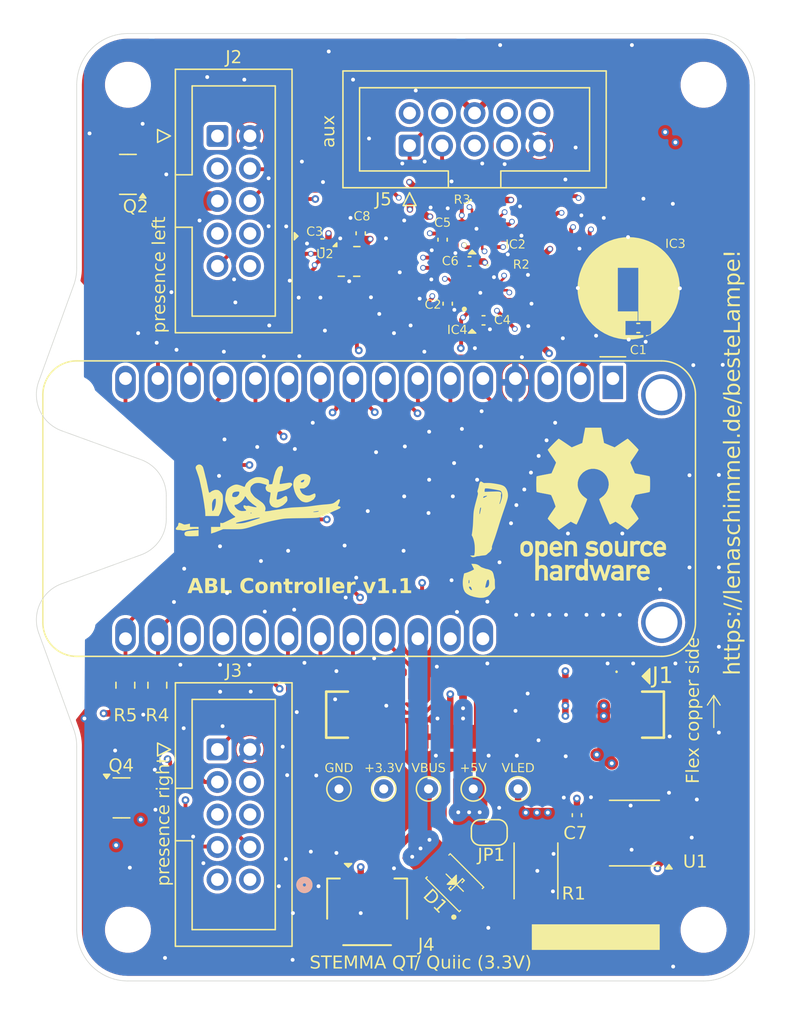
<source format=kicad_pcb>
(kicad_pcb (version 20240108) (generator "pcbnew") (generator_version "8.0")
  (title_block (title "besteLampe! ABL Controller Module") (date "2024-10-28") (rev "1.1") (comment 1 "See  https://lenaschimmel.de/besteLampe! for the source and more information") (comment 2 "This source describes Open Hardware and is licensed under the CERN-OHL-S v2.") (comment 3 "Copyright 2024 Lena Schimmel <mail@lenaschimmel.de>") (comment 4 "Design for JLCPCB 4 Layer Service"))
  (layers (0 "F.Cu" signal) (1 "In1.Cu" signal) (2 "In2.Cu" signal) (31 "B.Cu" signal) (34 "B.Paste" user) (35 "F.Paste" user) (36 "B.SilkS" user "B.Silkscreen") (37 "F.SilkS" user "F.Silkscreen") (38 "B.Mask" user) (39 "F.Mask" user) (44 "Edge.Cuts" user))
  (net 0 "")
  (net 1 "/SCL")
  (net 2 "/SDA")
  (net 3 "/i7")
  (net 4 "/i3")
  (net 6 "/i6")
  (net 7 "GND")
  (net 8 "+3.3V")
  (net 9 "/i4")
  (net 10 "/i2")
  (net 11 "+4V")
  (net 12 "/i1")
  (net 13 "/i5")
  (net 14 "/i8")
  (net 15 "/ALERT")
  (net 20 "VBUS")
  (net 21 "/TX_L_5")
  (net 22 "/RX_R_5")
  (net 23 "/RX_L_5")
  (net 24 "/TX_L")
  (net 25 "/TX_R")
  (net 26 "/GP_INT")
  (net 27 "/RX_L")
  (net 28 "/EN_LED")
  (net 29 "/RX_R")
  (net 30 "/EN_UART")
  (net 31 "/TX_R_5")
  (net 32 "+5V")
  (net 33 "Net-(IC4-{slash}RST)")
  (net 34 "/FX_5_1")
  (net 35 "/FX_5_7")
  (net 36 "/FX_5_6")
  (net 37 "/FX_5_3")
  (net 38 "/FX_5_2")
  (net 39 "/FX_5_4")
  (net 40 "/FX_5_5")
  (net 41 "Net-(IC2-{slash}RST)")
  (net 42 "/FX_5_0")
  (net 43 "/FX_3_1")
  (net 44 "/FX_3_3")
  (net 45 "/FX_3_5")
  (net 46 "/FX_3_6")
  (net 47 "/FX_3_4")
  (net 48 "/FX_3_7")
  (net 49 "/FX_3_2")
  (net 50 "/FX_3_0")
  (net 51 "/ FX_5_1")
  (net 56 "Net-(J2-Pin_5)")
  (net 57 "Net-(J3-Pin_5)")
  (net 58 "Net-(D1-K)")
  (footprint "LED_SMD:LED_0402_1005Metric" (layer "F.Cu") (at 96.2 69.1)
    (property "Reference" "R2")
    (property "Value" "4700R")
  )
  (footprint "Connector_IDC:IDC-Header_2x05_P2.54mm_Vertical" (layer "F.Cu") (at 74 106.92)
    (property "Reference" "J3")
    (property "Value" "Conn_02x05_Odd_Even")
  )
  (footprint "Capacitor_SMD:C_0402_1005Metric" (layer "F.Cu") (at 102.1 112.05 90)
    (property "Reference" "C7")
    (property "Value" "100nF")
  )
  (footprint "TestPoint:TestPoint_THTPad_D1.5mm_Drill0.7mm" (layer "F.Cu") (at 87 110)
    (property "Reference" "TP2" (hide yes))
    (property "Value" "TestPoint")
  )
  (footprint "Connector_IDC:IDC-Header_2x05_P2.54mm_Vertical" (layer "F.Cu") (at 74 59)
    (property "Reference" "J2")
    (property "Value" "Conn_02x05_Odd_Even")
  )
  (footprint "TestPoint:TestPoint_THTPad_D1.5mm_Drill0.7mm" (layer "F.Cu") (at 97.5 110)
    (property "Reference" "TP5" (hide yes))
    (property "Value" "TestPoint")
  )
  (footprint "MountingHole:MountingHole_3.2mm_M3_DIN965" (layer "F.Cu") (at 67 121 -90)
    (property "Reference" "H3" (hide yes))
    (property "Value" "MountingHole")
  )
  (footprint "Capacitor_SMD:C_0402_1005Metric" (layer "F.Cu") (at 82.2 67.4)
    (property "Reference" "C3")
    (property "Value" "100nF")
  )
  (footprint "Symbol:OSHW-Logo_11.4x12mm_SilkScreen" (layer "F.Cu") (at 103.36 87.75)
    (property "Reference" "REF**" (hide yes))
    (property "Value" "OSHW-Logo_11.4x12mm_SilkScreen" (hide yes))
  )
  (footprint "Capacitor_SMD:C_0402_1005Metric" (layer "F.Cu") (at 91.6 67.1 90)
    (property "Reference" "C5")
    (property "Value" "100nF")
  )
  (footprint "LED_SMD:LED_0402_1005Metric" (layer "F.Cu") (at 94.9 64)
    (property "Reference" "R3")
    (property "Value" "4700R")
  )
  (footprint "Connector_IDC:IDC-Header_2x05_P2.54mm_Vertical" (layer "F.Cu") (at 89.02 59.7525 90)
    (property "Reference" "J5")
    (property "Value" "Conn_02x05_Odd_Even")
  )
  (footprint "Package_SO:SOIC-8_3.9x4.9mm_P1.27mm" (layer "F.Cu") (at 106.6 113.45 180)
    (property "Reference" "U1")
    (property "Value" "INA219AxD")
  )
  (footprint "SFW20S-2STE1LF:SFW20S2STE1LF" (layer "F.Cu") (at 95.7 104.1 180)
    (property "Reference" "J1")
    (property "Value" "SFW20S-2STE1LF" (hide yes))
  )
  (footprint "TestPoint:TestPoint_THTPad_D1.5mm_Drill0.7mm" (layer "F.Cu") (at 94 110)
    (property "Reference" "TP3" (hide yes))
    (property "Value" "TestPoint")
  )
  (footprint "MountingHole:MountingHole_3.2mm_M3_DIN965" (layer "F.Cu") (at 67 55 -90)
    (property "Reference" "H4" (hide yes))
    (property "Value" "MountingHole")
  )
  (footprint "Capacitor_SMD:C_0402_1005Metric" (layer "F.Cu") (at 92 72.1 90)
    (property "Reference" "C2")
    (property "Value" "100nF")
  )
  (footprint "Package_TO_SOT_SMD:SOT-23" (layer "F.Cu") (at 67 62 180)
    (property "Reference" "Q2")
    (property "Value" "AO3401A")
  )
  (footprint "MountingHole:MountingHole_3.2mm_M3_DIN965" (layer "F.Cu") (at 112 55 -90)
    (property "Reference" "H1" (hide yes))
    (property "Value" "MountingHole")
  )
  (footprint "PRT-14417:CONN_PRT-14417_SPK" (layer "F.Cu") (at 85.7 119.6)
    (property "Reference" "J4")
    (property "Value" "PRT-14417")
  )
  (footprint "LOGO" (layer "F.Cu") (at 83.93 89.78)
    (property "Reference" "G***" (hide yes))
    (property "Value" "LOGO" (hide yes))
  )
  (footprint "Capacitor_SMD:C_0402_1005Metric" (layer "F.Cu") (at 94.8 73.4 180)
    (property "Reference" "C4")
    (property "Value" "100nF")
  )
  (footprint "Capacitor_SMD:C_0402_1005Metric" (layer "F.Cu") (at 85.2 66.6 -90)
    (property "Reference" "C8")
    (property "Value" "100nF")
  )
  (footprint "FXL6408UMX:QFN40P180X260X55-16N" (layer "F.Cu") (at 94.5 71.25 90)
    (property "Reference" "IC4")
    (property "Value" "FXL6408UMX" (hide yes))
  )
  (footprint "Resistor_SMD:R_2512_6332Metric" (layer "F.Cu") (at 98.9 116.399874 90)
    (property "Reference" "R1")
    (property "Value" "R")
  )
  (footprint "Module:Adafruit_Feather_WithMountingHoles" (layer "F.Cu") (at 104.91 77.9475 -90)
    (property "Reference" "A1" (hide yes))
    (property "Value" "Adafruit_Feather_Generic")
  )
  (footprint "Jumper:SolderJumper-2_P1.3mm_Bridged2Bar_RoundedPad1.0x1.5mm" (layer "F.Cu") (at 95.25 113.4 180)
    (property "Reference" "JP1")
    (property "Value" "SolderJumper_2_Bridged")
  )
  (footprint "VEML6040A3OG:VEML6040A3OG" (layer "F.Cu") (at 106.15 71.925 -90)
    (property "Reference" "IC3")
    (property "Value" "VEML6040A3OG" (hide yes))
  )
  (footprint "Resistor_SMD:R_0805_2012Metric_Pad1.20x1.40mm_HandSolder" (layer "F.Cu") (at 69.3 101.9 90)
    (property "Reference" "R4")
    (property "Value" "4700R")
  )
  (footprint "Package_TO_SOT_SMD:SOT-23" (layer "F.Cu") (at 66.5 110.7)
    (property "Reference" "Q4")
    (property "Value" "AO3401A")
  )
  (footprint "Capacitor_SMD:C_0402_1005Metric" (layer "F.Cu") (at 106.9 74)
    (property "Reference" "C1")
    (property "Value" "100nF")
  )
  (footprint "TestPoint:TestPoint_THTPad_D1.5mm_Drill0.7mm" (layer "F.Cu") (at 83.5 110)
    (property "Reference" "TP1" (hide yes))
    (property "Value" "TestPoint")
  )
  (footprint "TestPoint:TestPoint_THTPad_D1.5mm_Drill0.7mm" (layer "F.Cu") (at 90.5 110)
    (property "Reference" "TP4" (hide yes))
    (property "Value" "TestPoint")
  )
  (footprint "FXL6408UMX:QFN40P180X260X55-16N" (layer "F.Cu") (at 94.5 66.25 90)
    (property "Reference" "IC2")
    (property "Value" "FXL6408UMX" (hide yes))
  )
  (footprint "Resistor_SMD:R_0805_2012Metric_Pad1.20x1.40mm_HandSolder" (layer "F.Cu") (at 66.8 101.9 -90)
    (property "Reference" "R5")
    (property "Value" "4700R")
  )
  (footprint "MountingHole:MountingHole_3.2mm_M3_DIN965" (layer "F.Cu") (at 112 121 -90)
    (property "Reference" "H2" (hide yes))
    (property "Value" "MountingHole")
  )
  (footprint "Package_DFN_QFN:Texas_R-PUQFN-N12" (layer "F.Cu") (at 84.2875 68.8)
    (property "Reference" "U2")
    (property "Value" "TXB0104RUT")
  )
  (footprint "Own footprints:YFW SSL34F Schottky Diode" (layer "F.Cu") (at 92.55 117.325 135)
    (property "Reference" "D1")
    (property "Value" "D_Schottky")
  )
  (footprint "Capacitor_SMD:C_0402_1005Metric" (layer "F.Cu") (at 93.7 68.8)
    (property "Reference" "C6")
    (property "Value" "100nF")
  )
  (gr_poly (pts (xy 107.8 100.6) (xy 107.8 101.8) (xy 107.2 101.2)) (stroke (width 0.1)) (fill solid) (layer "F.SilkS"))
  (gr_poly (pts (xy 93.9125 67.9125) (xy 94.2125 68.2125) (xy 93.6375 68.2125) (xy 93.6375 68.1875)) (stroke (width 0.1)) (fill solid) (layer "F.SilkS"))
  (gr_poly (pts (xy 93.9 74.1) (xy 94.2 74.4) (xy 93.625 74.4) (xy 93.625 74.375)) (stroke (width 0.1)) (fill solid) (layer "F.SilkS"))
  (gr_line (start 112.8 105.2) (end 112.8 102.7) (stroke (width 0.1)) (layer "F.SilkS"))
  (gr_poly (pts (xy 84.225 116.125) (xy 83.925 115.825) (xy 84.5 115.825) (xy 84.5 115.85)) (stroke (width 0.1)) (fill solid) (layer "F.SilkS"))
  (gr_rect (start 98.575 120.575) (end 108.575 122.575) (fill solid) (layer "F.SilkS"))
  (gr_line (start 113.3 103.45) (end 112.8 102.7) (stroke (width 0.1)) (layer "F.SilkS"))
  (gr_poly (pts (xy 80.3 66.825) (xy 80 67.125) (xy 80 66.55) (xy 80.025 66.55)) (stroke (width 0.1)) (fill solid) (layer "F.SilkS"))
  (gr_line (start 112.8 102.7) (end 112.3 103.45) (stroke (width 0.1)) (layer "F.SilkS"))
  (gr_poly (pts (xy 106.542069 66.919261) (xy 106.930361 66.976859) (xy 107.311139 67.072239) (xy 107.680734 67.204482) (xy 108.035587 67.372315) (xy 108.372281 67.574122) (xy 108.687573 67.807958) (xy 108.978427 68.071573) (xy 109.242042 68.362427) (xy 109.475878 68.677719) (xy 109.677685 69.014413) (xy 109.845518 69.369266) (xy 109.977761 69.738861) (xy 110.073141 70.119639) (xy 110.130739 70.507931) (xy 110.15 70.9) (xy 110.130739 71.292069) (xy 110.073141 71.680361) (xy 109.977761 72.061139) (xy 109.845518 72.430734) (xy 109.677685 72.785587) (xy 109.475878 73.122281) (xy 109.242042 73.437573) (xy 108.978427 73.728427) (xy 108.687573 73.992042) (xy 108.372281 74.225878) (xy 108.035587 74.427685) (xy 107.680734 74.595518) (xy 107.5 74.660185) (xy 107.5 74.55) (xy 107.7 74.55) (xy 107.9 74.45) (xy 107.9 73.45) (xy 106.9 73.45) (xy 106.9 69.3) (xy 105.3 69.3) (xy 105.3 72.7) (xy 106.85 72.7) (xy 106.85 73.45) (xy 105.9 73.45) (xy 105.9 74.55) (xy 107.3 74.55) (xy 107.3 74.730551) (xy 106.930361 74.823141) (xy 106.542069 74.880739) (xy 106.15 74.9) (xy 105.757931 74.880739) (xy 105.369639 74.823141) (xy 104.988861 74.727761) (xy 104.619266 74.595518) (xy 104.264413 74.427685) (xy 103.927719 74.225878) (xy 103.612427 73.992042) (xy 103.321573 73.728427) (xy 103.057958 73.437573) (xy 102.824122 73.122281) (xy 102.622315 72.785587) (xy 102.454482 72.430734) (xy 102.322239 72.061139) (xy 102.226859 71.680361) (xy 102.169261 71.292069) (xy 102.15 70.9) (xy 102.169261 70.507931) (xy 102.226859 70.119639) (xy 102.322239 69.738861) (xy 102.454482 69.369266) (xy 102.622315 69.014413) (xy 102.824122 68.677719) (xy 103.057958 68.362427) (xy 103.321573 68.071573) (xy 103.612427 67.807958) (xy 103.927719 67.574122) (xy 104.264413 67.372315) (xy 104.619266 67.204482) (xy 104.988861 67.072239) (xy 105.369639 66.976859) (xy 105.757931 66.919261) (xy 106.15 66.9)) (fill solid) (layer "F.SilkS"))
  (gr_line (start 61.819381 93.974771) (end 68.025229 91.718098) (stroke (width 0.05)) (layer "Edge.Cuts"))
  (gr_line (start 70 87.101282) (end 70 88) (stroke (width 0.05)) (layer "Edge.Cuts"))
  (gr_line (start 62.759174 105.337728) (end 60.025229 97.81938) (stroke (width 0.05)) (layer "Edge.Cuts"))
  (gr_line (start 62.759174 70.662272) (end 60.025229 78.18062) (stroke (width 0.05)) (layer "Edge.Cuts"))
  (gr_arc (start 63 69.2953) (mid 62.939333 69.989312) (end 62.759174 70.662272) (stroke (width 0.05)) (layer "Edge.Cuts"))
  (gr_arc (start 112 51) (mid 114.828427 52.171573) (end 116 55) (stroke (width 0.05)) (layer "Edge.Cuts"))
  (gr_arc (start 70 88.898718) (mid 69.457195 90.619802) (end 68.025229 91.718098) (stroke (width 0.05)) (layer "Edge.Cuts"))
  (gr_arc (start 63 55) (mid 64.171573 52.171573) (end 67 51) (stroke (width 0.05)) (layer "Edge.Cuts"))
  (gr_arc (start 61.81938 82.025229) (mid 60.12606 80.474505) (end 60.025229 78.18062) (stroke (width 0.05)) (layer "Edge.Cuts"))
  (gr_line (start 116 55) (end 116 121) (stroke (width 0.05)) (layer "Edge.Cuts"))
  (gr_line (start 112 125) (end 67 125) (stroke (width 0.05)) (layer "Edge.Cuts"))
  (gr_arc (start 67 125) (mid 64.171573 123.828427) (end 63 121) (stroke (width 0.05)) (layer "Edge.Cuts"))
  (gr_line (start 63 121) (end 63 106.7047) (stroke (width 0.05)) (layer "Edge.Cuts"))
  (gr_line (start 67 51) (end 112 51) (stroke (width 0.05)) (layer "Edge.Cuts"))
  (gr_arc (start 60.025229 97.81938) (mid 60.12606 95.525494) (end 61.819381 93.974771) (stroke (width 0.05)) (layer "Edge.Cuts"))
  (gr_line (start 61.81938 82.025229) (end 68.025229 84.281902) (stroke (width 0.05)) (layer "Edge.Cuts"))
  (gr_arc (start 62.759174 105.337728) (mid 62.939334 106.010688) (end 63 106.7047) (stroke (width 0.05)) (layer "Edge.Cuts"))
  (gr_arc (start 116 121) (mid 114.828427 123.828427) (end 112 125) (stroke (width 0.05)) (layer "Edge.Cuts"))
  (gr_arc (start 68.025229 84.281902) (mid 69.457202 85.380191) (end 70 87.101282) (stroke (width 0.05)) (layer "Edge.Cuts"))
  (gr_line (start 63 55) (end 63 69.2953) (stroke (width 0.05)) (layer "Edge.Cuts"))
  (gr_line (start 70 88.898718) (end 70 88) (stroke (width 0.05)) (layer "Edge.Cuts"))
  (gr_text "VLED" (at 97.5 108.4 0) (layer "F.SilkS") (effects (font (size 0.7 0.7) (thickness 0.1))))
  (gr_text "presence right" (at 70.4 117.6 90) (layer "F.SilkS") (effects (font (size 1 1) (thickness 0.1)) (justify left bottom)))
  (gr_text "STEMMA QT" (at 81.2 124.2 0) (layer "F.SilkS") (effects (font (size 1 1) (thickness 0.1)) (justify left bottom)))
  (gr_text "https://lenaschimmel.de/besteLampe!" (at 115.05 84.5 90) (layer "F.SilkS") (effects (font (size 1.25 1.25) (thickness 0.14375)) (justify bottom)))
  (gr_text "/ Quiic (3.3V)" (at 89.4 124.2 0) (layer "F.SilkS") (effects (font (size 1 1) (thickness 0.1)) (justify left bottom)))
  (gr_text "VBUS" (at 90.5 108.4 0) (layer "F.SilkS") (effects (font (size 0.7 0.7) (thickness 0.1))))
  (gr_text "ABL Controller v1.1" (at 71.65 94.9 0) (layer "F.SilkS") (effects (font (size 1.15 1.15) (thickness 0.2) (bold yes)) (justify left bottom)))
  (gr_text "presence left" (at 70.075 74.4 90) (layer "F.SilkS") (effects (font (size 1 1) (thickness 0.1)) (justify left bottom)))
  (gr_text "GND" (at 83.5 108.4 0) (layer "F.SilkS") (effects (font (size 0.7 0.7) (thickness 0.1))))
  (gr_text "aux" (at 83.3 59.925 90) (layer "F.SilkS") (effects (font (size 1 1) (thickness 0.1)) (justify left bottom)))
  (gr_text "+3.3V" (at 87 108.4 0) (layer "F.SilkS") (effects (font (size 0.7 0.7) (thickness 0.1))))
  (gr_text "+5V" (at 94 108.4 0) (layer "F.SilkS") (effects (font (size 0.7 0.7) (thickness 0.1))))
  (gr_text "Flex copper side" (at 111.8 109.6 90) (layer "F.SilkS") (effects (font (size 1 1) (thickness 0.1)) (justify left bottom)))
  (segment (start 93.1 65.5) (end 93.25 65.65) (width 0.2) (layer "F.Cu") (net 1))
  (segment (start 92.552083 70.65) (end 93.25 70.65) (width 0.2) (layer "F.Cu") (net 1))
  (segment (start 87.15 117.4485) (end 87.2 117.4985) (width 0.3) (layer "F.Cu") (net 1))
  (segment (start 104.2 70.8) (end 104.2 67.8) (width 0.3) (layer "F.Cu") (net 1))
  (segment (start 88.2 105.925) (end 88.2 108) (width 0.3) (layer "F.Cu") (net 1))
  (segment (start 105.7 113.3) (end 105.7 116.9) (width 0.3) (layer "F.Cu") (net 1))
  (segment (start 90 94.425) (end 88.725 95.7) (width 0.3) (layer "F.Cu") (net 1))
  (segment (start 101.1 80.4) (end 101.1 75.8) (width 0.3) (layer "F.Cu") (net 1))
  (segment (start 88.4 79.41924) (end 88.4 76.7) (width 0.3) (layer "F.Cu") (net 1))
  (segment (start 104.2 67.8) (end 105.275 66.725) (width 0.3) (layer "F.Cu") (net 1))
  (segment (start 107.2 86.5) (end 101.1 80.4) (width 0.3) (layer "F.Cu") (net 1))
  (segment (start 107.455 111.545) (end 105.7 113.3) (width 0.3) (layer "F.Cu") (net 1))
  (segment (start 90.7 119.4) (end 87.8 119.4) (width 0.3) (layer "F.Cu") (net 1))
  (segment (start 83.6 95.7) (end 83.25 95.35) (width 0.3) (layer "F.Cu") (net 1))
  (segment (start 105.492893 71.3) (end 104.7 71.3) (width 0.3) (layer "F.Cu") (net 1))
  (segment (start 87.15 114.65) (end 87.15 117.4485) (width 0.3) (layer "F.Cu") (net 1))
  (segment (start 87.2 118.8) (end 87.2 117.4985) (width 0.3) (layer "F.Cu") (net 1))
  (segment (start 107.2 93.8) (end 107.2 86.5) (width 0.3) (layer "F.Cu") (net 1))
  (segment (start 105.7 116.9) (end 101.1 121.5) (width 0.3) (layer "F.Cu") (net 1))
  (segment (start 105.8 71.925) (end 105.8 71.607107) (width 0.3) (layer "F.Cu") (net 1))
  (segment (start 109.075 111.545) (end 107.455 111.545) (width 0.3) (layer "F.Cu") (net 1))
  (segment (start 109.075 111.545) (end 110.23 111.545) (width 0.3) (layer "F.Cu") (net 1))
  (segment (start 93.1 65.2) (end 93.1 64) (width 0.3) (layer "F.Cu") (net 1))
  (segment (start 69.35 97.6) (end 69.35 98.2675) (width 0.3) (layer "F.Cu") (net 1))
  (segment (start 89.64038 80.65962) (end 88.4 79.41924) (width 0.3) (layer "F.Cu") (net 1))
  (segment (start 104 72.9) (end 105.2 72.9) (width 0.3) (layer "F.Cu") (net 1))
  (segment (start 88.8 108.6) (end 88.8 113) (width 0.3) (layer "F.Cu") (net 1))
  (segment (start 92.062653 70.16057) (end 92.552083 70.65) (width 0.2) (layer "F.Cu") (net 1))
  (segment (start 106.1 94.9) (end 107.2 93.8) (width 0.3) (layer "F.Cu") (net 1))
  (segment (start 83.25 95.35) (end 71.6 95.35) (width 0.3) (layer "F.Cu") (net 1))
  (segment (start 87.8 119.4) (end 87.2 118.8) (width 0.3) (layer "F.Cu") (net 1))
  (segment (start 105.2 72.9) (end 105.8 72.3) (width 0.3) (layer "F.Cu") (net 1))
  (segment (start 104.4 63.2) (end 93.9 63.2) (width 0.3) (layer "F.Cu") (net 1))
  (segment (start 105.8 71.607107) (end 105.492893 71.3) (width 0.3) (layer "F.Cu") (net 1))
  (segment (start 69.35 100.85) (end 69.35 98.2675) (width 0.3) (layer "F.Cu") (net 1))
  (segment (start 101.1 121.5) (end 92.8 121.5) (width 0.3) (layer "F.Cu") (net 1))
  (segment (start 110.55 111.225) (end 110.55 102.65) (width 0.3) (layer "F.Cu") (net 1))
  (segment (start 92.2 61.5) (end 91.56 60.86) (width 0.3) (layer "F.Cu") (net 1))
  (segment (start 101.1 75.8) (end 104 72.9) (width 0.3) (layer "F.Cu") (net 1))
  (segment (start 110.23 111.545) (end 110.55 111.225) (width 0.3) (layer "F.Cu") (net 1))
  (segment (start 110.55 102.65) (end 106.1 98.2) (width 0.3) (layer "F.Cu") (net 1))
  (segment (start 88.8 113) (end 87.15 114.65) (width 0.3) (layer "F.Cu") (net 1))
  (segment (start 89.775 72.675) (end 90.795157 71.654843) (width 0.3) (layer "F.Cu") (net 1))
  (segment (start 105.275 66.725) (end 105.275 64.075) (width 0.3) (layer "F.Cu") (net 1))
  (segment (start 88.4 76.7) (end 89.775 75.325) (width 0.3) (layer "F.Cu") (net 1))
  (segment (start 88.725 95.7) (end 83.6 95.7) (width 0.3) (layer "F.Cu") (net 1))
  (segment (start 90.795157 71.654843) (end 90.795157 71.506333) (width 0.3) (layer "F.Cu") (net 1))
  (segment (start 93.1 64) (end 93.9 63.2) (width 0.3) (layer "F.Cu") (net 1))
  (segment (start 91.77981 70.16057) (end 92.062653 70.16057) (width 0.2) (layer "F.Cu") (net 1))
  (segment (start 105.275 64.075) (end 104.4 63.2) (width 0.3) (layer "F.Cu") (net 1))
  (segment (start 105.8 72.3) (end 105.8 71.925) (width 0.3) (layer "F.Cu") (net 1))
  (segment (start 71.6 95.35) (end 69.35 97.6) (width 0.3) (layer "F.Cu") (net 1))
  (segment (start 88.2 108) (end 88.8 108.6) (width 0.3) (layer "F.Cu") (net 1))
  (segment (start 93.9 63.2) (end 92.2 61.5) (width 0.3) (layer "F.Cu") (net 1))
  (segment (start 92.8 121.5) (end 90.7 119.4) (width 0.3) (layer "F.Cu") (net 1))
  (segment (start 91.56 60.86) (end 91.56 59.7525) (width 0.3) (layer "F.Cu") (net 1))
  (segment (start 89.775 75.325) (end 89.775 72.675) (width 0.3) (layer "F.Cu") (net 1))
  (segment (start 90 93.9) (end 90 94.425) (width 0.3) (layer "F.Cu") (net 1))
  (segment (start 104.7 71.3) (end 104.2 70.8) (width 0.3) (layer "F.Cu") (net 1))
  (segment (start 93.1 65.2) (end 93.1 65.5) (width 0.2) (layer "F.Cu") (net 1))
  (segment (start 106.1 98.2) (end 106.1 94.9) (width 0.3) (layer "F.Cu") (net 1))
  (via (at 89.64038 80.65962) (size 0.6) (drill 0.3) (layers "F.Cu" "B.Cu") (net 1))
  (via (at 90 93.9) (size 0.6) (drill 0.3) (layers "F.Cu" "B.Cu") (net 1))
  (via (at 93.1 65.2) (size 0.45) (drill 0.3) (layers "F.Cu" "B.Cu") (net 1))
  (via (at 91.77981 70.16057) (size 0.45) (drill 0.3) (layers "F.Cu" "B.Cu") (net 1))
  (via (at 90.795157 71.506333) (size 0.45) (drill 0.3) (layers "F.Cu" "B.Cu") (net 1))
  (segment (start 107.785 112.815) (end 109.075 112.815) (width 0.3) (layer "F.Cu") (net 2))
  (segment (start 85.9 80.175) (end 85.9 76.25) (width 0.3) (layer "F.Cu") (net 2))
  (segment (start 112.325 76.325) (end 112.4 76.4) (width 0.3) (layer "F.Cu") (net 2))
  (segment (start 105.8 70.075) (end 105.8 70.7) (width 0.3) (layer "F.Cu") (net 2))
  (segment (start 112.525 76.525) (end 112.325 76.325) (width 0.3) (layer "F.Cu") (net 2))
  (segment (start 86.199999 115.799999) (end 86.199999 117.4985) (width 0.3) (layer "F.Cu") (net 2))
  (segment (start 87.05 73.65) (end 89.843667 70.856333) (width 0.3) (layer "F.Cu") (net 2))
  (segment (start 86.3 80.575) (end 85.9 80.175) (width 0.3) (layer "F.Cu") (net 2))
  (segment (start 95.472722 59.222722) (end 95.44 59.255443) (width 0.3) (layer "F.Cu") (net 2))
  (segment (start 93.25 66.05) (end 92.65 66.05) (width 0.2) (layer "F.Cu") (net 2))
  (segment (start 106.5 61.8) (end 108.6 63.9) (width 0.3) (layer "F.Cu") (net 2))
  (segment (start 89.95 65.95) (end 92.475 65.95) (width 0.3) (layer "F.Cu") (net 2))
  (segment (start 86.2 105.925) (end 86.2 107.95) (width 0.3) (layer "F.Cu") (net 2))
  (segment (start 110.96 112.815) (end 112.525 111.25) (width 0.3) (layer "F.Cu") (net 2))
  (segment (start 105.8 70.7) (end 106.15 71.05) (width 0.3) (layer "F.Cu") (net 2))
  (segment (start 90.356333 70.856333) (end 89.425 69.925) (width 0.3) (layer "F.Cu") (net 2))
  (segment (start 89.02 59.7525) (end 90.2725 58.5) (width 0.3) (layer "F.Cu") (net 2))
  (segment (start 105.8 68.7) (end 105.8 70.075) (width 0.3) (layer "F.Cu") (net 2))
  (segment (start 95.44 59.255443) (end 95.44 61.14) (width 0.3) (layer "F.Cu") (net 2))
  (segment (start 94.75 58.5) (end 95.472722 59.222722) (width 0.3) (layer "F.Cu") (net 2))
  (segment (start 96.1 61.8) (end 106.5 61.8) (width 0.3) (layer "F.Cu") (net 2))
  (segment (start 107.1 117.4) (end 107.1 113.5) (width 0.3) (layer "F.Cu") (net 2))
  (segment (start 89.425 66.475) (end 89.95 65.95) (width 0.3) (layer "F.Cu") (net 2))
  (segment (start 107.05 71.05) (end 112.325 76.325) (width 0.3) (layer "F.Cu") (net 2))
  (segment (start 69.95 94.1) (end 66.81 97.24) (width 0.3) (layer "F.Cu") (net 2))
  (segment (start 85.2 114.8) (end 86.199999 115.799999) (width 0.3) (layer "F.Cu") (net 2))
  (segment (start 108.6 65.9) (end 105.8 68.7) (width 0.3) (layer "F.Cu") (net 2))
  (segment (start 92.1 70.99) (end 91.966333 70.856333) (width 0.3) (layer "F.Cu") (net 2))
  (segment (start 92.366134 71.05) (end 93.25 71.05) (width 0.2) (layer "F.Cu") (net 2))
  (segment (start 89.425 69.925) (end 89.425 66.475) (width 0.3) (layer "F.Cu") (net 2))
  (segment (start 92.356134 71.04) (end 92.366134 71.05) (width 0.2) (layer "F.Cu") (net 2))
  (segment (start 89.02 59.7525) (end 89.02 60.82) (width 0.3) (layer "F.Cu") (net 2))
  (segment (start 106.15 71.05) (end 107.05 71.05) (width 0.3) (layer "F.Cu") (net 2))
  (segment (start 95.44 61.14) (end 96.1 61.8) (width 0.3) (layer "F.Cu") (net 2))
  (segment (start 85.2 108.95) (end 85.2 114.8) (width 0.3) (layer "F.Cu") (net 2))
  (segment (start 91.966333 70.856333) (end 90.356333 70.856333) (width 0.3) (layer "F.Cu") (net 2))
  (segment (start 89.843667 70.856333) (end 90.356333 70.856333) (width 0.3) (layer "F.Cu") (net 2))
  (segment (start 85.15 95.05) (end 84.2 94.1) (width 0.3) (layer "F.Cu") (net 2))
  (segment (start 107.1 113.5) (end 107.785 112.815) (width 0.3) (layer "F.Cu") (net 2))
  (segment (start 66.81 100.89) (end 66.81 98.2675) (width 0.3) (layer "F.Cu") (net 2))
  (segment (start 86.199999 121.699999) (end 87.5 123) (width 0.3) (layer "F.Cu") (net 2))
  (segment (start 86.199999 117.4985) (end 86.199999 121.699999) (width 0.3) (layer "F.Cu") (net 2))
  (segment (start 85.9 76.25) (end 87.05 75.1) (width 0.3) (layer "F.Cu") (net 2))
  (segment (start 108.6 63.9) (end 108.6 65.9) (width 0.3) (layer "F.Cu") (net 2))
  (segment (start 112.525 111.25) (end 112.525 76.525) (width 0.3) (layer "F.Cu") (net 2))
  (segment (start 92.65 66.05) (end 92.5 65.9) (width 0.2) (layer "F.Cu") (net 2))
  (segment (start 101.5 123) (end 107.1 117.4) (width 0.3) (layer "F.Cu") (net 2))
  (segment (start 91.3 63.1) (end 91.3 65.9) (width 0.3) (layer "F.Cu") (net 2))
  (segment (start 92.1 70.99) (end 92.15 71.04) (width 0.2) (layer "F.Cu") (net 2))
  (segment (start 84.2 94.1) (end 69.95 94.1) (width 0.3) (layer "F.Cu") (net 2))
  (segment (start 86.2 107.95) (end 85.2 108.95) (width 0.3) (layer "F.Cu") (net 2))
  (segment (start 89.02 60.82) (end 91.3 63.1) (width 0.3) (layer "F.Cu") (net 2))
  (segment (start 87.5 123) (end 101.5 123) (width 0.3) (layer "F.Cu") (net 2))
  (segment (start 87.05 75.1) (end 87.05 73.65) (width 0.3) (layer "F.Cu") (net 2))
  (segment (start 66.81 97.24) (end 66.81 98.2675) (width 0.3) (layer "F.Cu") (net 2))
  (segment (start 66.8 100.9) (end 66.81 100.89) (width 0.3) (layer "F.Cu") (net 2))
  (segment (start 92.15 71.04) (end 92.356134 71.04) (width 0.2) (layer "F.Cu") (net 2))
  (segment (start 109.075 112.815) (end 110.96 112.815) (width 0.3) (layer "F.Cu") (net 2))
  (segment (start 90.2725 58.5) (end 94.75 58.5) (width 0.3) (layer "F.Cu") (net 2))
  (via (at 85.15 95.05) (size 0.6) (drill 0.3) (layers "F.Cu" "B.Cu") (net 2))
  (via (at 86.3 80.575) (size 0.6) (drill 0.3) (layers "F.Cu" "B.Cu") (net 2))
  (segment (start 96.2 105.925) (end 96.2 99.925) (width 0.3) (layer "F.Cu") (net 3))
  (segment (start 94.5 87.8) (end 86.6 87.8) (width 0.3) (layer "F.Cu") (net 3))
  (segment (start 96.7 90) (end 94.5 87.8) (width 0.3) (layer "F.Cu") (net 3))
  (segment (start 96.2 99.925) (end 96.7 99.425) (width 0.3) (layer "F.Cu") (net 3))
  (segment (start 96.7 99.425) (end 96.7 90) (width 0.3) (layer "F.Cu") (net 3))
  (segment (start 86.6 87.8) (end 79.51 80.71) (width 0.3) (layer "F.Cu") (net 3))
  (segment (start 79.51 80.71) (end 79.51 77.9475) (width 0.3) (layer "F.Cu") (net 3))
  (segment (start 89.67 79.77) (end 89.67 77.9475) (width 0.3) (layer "F.Cu") (net 4))
  (segment (start 102.2 88) (end 96.8 82.6) (width 0.3) (layer "F.Cu") (net 4))
  (segment (start 102.2 105.925) (end 102.2 88) (width 0.3) (layer "F.Cu") (net 4))
  (segment (start 96.8 82.6) (end 92.5 82.6) (width 0.3) (layer "F.Cu") (net 4))
  (segment (start 92.5 82.6) (end 89.67 79.77) (width 0.3) (layer "F.Cu") (net 4))
  (segment (start 82.05 80.75) (end 82.05 77.9475) (width 0.3) (layer "F.Cu") (net 6))
  (segment (start 95.119239 86.5) (end 87.8 86.5) (width 0.3) (layer "F.Cu") (net 6))
  (segment (start 98 89.380761) (end 95.119239 86.5) (width 0.3) (layer "F.Cu") (net 6))
  (segment (start 87.8 86.5) (end 82.05 80.75) (width 0.3) (layer "F.Cu") (net 6))
  (segment (start 98 100.45) (end 98 89.380761) (width 0.3) (layer "F.Cu") (net 6))
  (segment (start 97.2 101.25) (end 98 100.45) (width 0.3) (layer "F.Cu") (net 6))
  (segment (start 97.2 102.175) (end 97.2 101.25) (width 0.3) (layer "F.Cu") (net 6))
  (segment (start 95.2 70) (end 95.587539 70) (width 0.2) (layer "F.Cu") (net 7))
  (segment (start 107.38 74.98) (end 107.38 74) (width 0.5) (layer "F.Cu") (net 7))
  (segment (start 92.2 72.78) (end 92.2 73.7) (width 0.3) (layer "F.Cu") (net 7))
  (segment (start 107.475 75.075) (end 107.38 74.98) (width 0.5) (layer "F.Cu") (net 7))
  (segment (start 84.3 70.35) (end 84.3 70.125) (width 0.2) (layer "F.Cu") (net 7))
  (segment (start 92.749842 67.266906) (end 93.166748 66.85) (width 0.2) (layer "F.Cu") (net 7))
  (segment (start 84.3 70.125) (end 84.2875 70.1125) (width 0.2) (layer "F.Cu") (net 7))
  (segment (start 93.22 68.8) (end 93.22 68.72) (width 0.5) (layer "F.Cu") (net 7))
  (segment (start 93.166748 66.85) (end 93.25 66.85) (width 0.2) (layer "F.Cu") (net 7))
  (segment (start 95.587539 70) (end 95.616406 70.028867) (width 0.2) (layer "F.Cu") (net 7))
  (segment (start 84.2875 70.1125) (end 84.2875 69.6) (width 0.2) (layer "F.Cu") (net 7))
  (segment (start 95.3 73.608266) (end 95.28 73.588266) (width 0.5) (layer "F.Cu") (net 7))
  (segment (start 92.6 68.15) (end 92.3 67.85) (width 0.5) (layer "F.Cu") (net 7))
  (segment (start 92.3 67.8) (end 92.08 67.58) (width 0.5) (layer "F.Cu") (net 7))
  (segment (start 95.3 74.1) (end 95.3 73.608266) (width 0.5) (layer "F.Cu") (net 7))
  (segment (start 92.3 67.85) (end 92.3 67.8) (width 0.5) (layer "F.Cu") (net 7))
  (segment (start 95.1 70.1) (end 95.2 70) (width 0.2) (layer "F.Cu") (net 7))
  (segment (start 95.1 70.4) (end 95.1 70.1) (width 0.2) (layer "F.Cu") (net 7))
  (segment (start 92.52 72.58) (end 93.25 71.85) (width 0.2) (layer "F.Cu") (net 7))
  (segment (start 92.52 72.58) (end 92 72.58) (width 0.5) (layer "F.Cu") (net 7))
  (segment (start 92 72.58) (end 92.2 72.78) (width 0.3) (layer "F.Cu") (net 7))
  (segment (start 92.6 68.15) (end 92.749842 68.000158) (width 0.2) (layer "F.Cu") (net 7))
  (segment (start 93.22 68.72) (end 92.3 67.8) (width 0.5) (layer "F.Cu") (net 7))
  (segment (start 92.08 67.58) (end 91.6 67.58) (width 0.5) (layer "F.Cu") (net 7))
  (segment (start 95.28 73.588266) (end 95.28 73.4) (width 0.5) (layer "F.Cu") (net 7))
  (segment (start 92.749842 68.000158) (end 92.749842 67.266906) (width 0.2) (layer "F.Cu") (net 7))
  (via (at 86.65 72.9) (size 0.45) (drill 0.3) (layers "F.Cu" "B.Cu") (net 7))
  (via (at 102.3 67.8) (size 0.45) (drill 0.3) (layers "F.Cu" "B.Cu") (net 7))
  (via (at 72.9 115.8) (size 0.6) (drill 0.3) (layers "F.Cu" "B.Cu") (net 7))
  (via (at 98.25 102.55) (size 0.6) (drill 0.3) (layers "F.Cu" "B.Cu") (net 7))
  (via (at 86 71.6) (size 0.45) (drill 0.3) (layers "F.Cu" "B.Cu") (net 7))
  (via (at 106.3 111.3) (size 0.6) (drill 0.3) (layers "F.Cu" "B.Cu") (net 7))
  (via (at 96.95 89.25) (size 0.6) (drill 0.3) (layers "F.Cu" "B.Cu") (net 7))
  (via (at 100.4 81.4) (size 0.6) (drill 0.3) (layers "F.Cu" "B.Cu") (net 7))
  (via (at 68.2 104.2) (size 0.6) (drill 0.3) (layers "F.Cu" "B.Cu") (net 7))
  (via (at 84.3 70.35) (size 0.45) (drill 0.3) (layers "F.Cu" "B.Cu") (net 7))
  (via (at 102.175 70.875) (size 0.45) (drill 0.3) (layers "F.Cu" "B.Cu") (net 7))
  (via (at 74.55 82.7) (size 0.6) (drill 0.3) (layers "F.Cu" "B.Cu") (net 7))
  (via (at 82.4 74.2) (size 0.45) (drill 0.3) (layers "F.Cu" "B.Cu") (net 7))
  (via (at 78.8 117.6) (size 0.6) (drill 0.3) (layers "F.Cu" "B.Cu") (net 7))
  (via (at 100.275 115.075) (size 0.6) (drill 0.3) (layers "F.Cu" "B.Cu") (net 7))
  (via (at 102.85 96.4) (size 0.6) (drill 0.3) (layers "F.Cu" "B.Cu") (net 7))
  (via (at 101.2 62.4) (size 0.45) (drill 0.3) (layers "F.Cu" "B.Cu") (net 7))
  (via (at 88.6 87.15) (size 0.6) (drill 0.3) (layers "F.Cu" "B.Cu") (net 7))
  (via (at 106.375 114.75) (size 0.6) (drill 0.3) (layers "F.Cu" "B.Cu") (net 7))
  (via (at 92.52 72.58) (size 0.45) (drill 0.3) (layers "F.Cu" "B.Cu") (net 7))
  (via (at 88.45 61.15) (size 0.45) (drill 0.3) (layers "F.Cu" "B.Cu") (net 7))
  (via (at 111.2 76.9) (size 0.6) (drill 0.3) (layers "F.Cu" "B.Cu") (net 7))
  (via (at 97.76538 66.78462) (size 0.45) (drill 0.3) (layers "F.Cu" "B.Cu") (net 7))
  (via (at 87.2 103.5) (size 0.6) (drill 0.3) (layers "F.Cu" "B.Cu") (net 7))
  (via (at 110.9 85.5) (size 0.6) (drill 0.3) (layers "F.Cu" "B.Cu") (net 7))
  (via (at 77.7 96.15) (size 0.6) (drill 0.3) (layers "F.Cu" "B.Cu") (net 7))
  (via (at 107.475 75.075) (size 0.6) (drill 0.3) (layers "F.Cu" "B.Cu") (net 7))
  (via (at 106.1 66.9) (size 0.6) (drill 0.3) (layers "F.Cu" "B.Cu") (net 7))
  (via (at 96.45 61.2) (size 0.45) (drill 0.3) (layers "F.Cu" "B.Cu") (net 7))
  (via (at 113.2 105.6) (size 0.6) (drill 0.3) (layers "F.Cu" "B.Cu") (net 7))
  (via (at 95.3 74.1) (size 0.45) (drill 0.3) (layers "F.Cu" "B.Cu") (net 7))
  (via (at 101.075 110.675) (size 0.6) (drill 0.3) (layers "F.Cu" "B.Cu") (net 7))
  (via (at 110.15 70.9) (size 0.6) (drill 0.3) (layers "F.Cu" "B.Cu") (net 7))
  (via (at 85.2 119.7) (size 0.6) (drill 0.3) (layers "F.Cu" "B.Cu") (net 7))
  (via (at 90.663358 64.586642) (size 0.45) (drill 0.3) (layers "F.Cu" "B.Cu") (net 7))
  (via (at 94.55 71.25) (size 0.45) (drill 0.3) (layers "F.Cu" "B.Cu") (net 7))
  (via (at 67.15 116.15) (size 0.6) (drill 0.3) (layers "F.Cu" "B.Cu") (net 7))
  (via (at 76.1 54.6) (size 0.6) (drill 0.3) (layers "F.Cu" "B.Cu") (net 7))
  (via (at 84.85 93.5) (size 0.6) (drill 0.3) (layers "F.Cu" "B.Cu") (net 7))
  (via (at 87.8 116.2) (size 0.6) (drill 0.3) (layers "F.Cu" "B.Cu") (net 7))
  (via (at 90.55 82.1) (size 0.6) (drill 0.3) (layers "F.Cu" "B.Cu") (net 7))
  (via (at 80.6 61) (size 0.45) (drill 0.3) (layers "F.Cu" "B.Cu") (net 7))
  (via (at 92.6 68.15) (size 0.45) (drill 0.3) (layers "F.Cu" "B.Cu") (net 7))
  (via (at 79.525 91.4) (size 0.6) (drill 0.3) (layers "F.Cu" "B.Cu") (net 7))
  (via (at 104.2 65.4) (size 0.45) (drill 0.3) (layers "F.Cu" "B.Cu") (net 7))
  (via (at 94.125 75.575) (size 0.6) (drill 0.3) (layers "F.Cu" "B.Cu") (net 7))
  (via (at 91.2 104.5) (size 0.6) (drill 0.3) (layers "F.Cu" "B.Cu") (net 7))
  (via (at 69.25 75.15) (size 0.6) (drill 0.3) (layers "F.Cu" "B.Cu") (net 7))
  (via (at 111.475 110.825) (size 0.6) (drill 0.3) (layers "F.Cu" "B.Cu") (net 7))
  (via (at 82.7 52.4) (size 0.6) (drill 0.3) (layers "F.Cu" "B.Cu") (net 7))
  (via (at 98.3 73.85) (size 0.45) (drill 0.3) (layers "F.Cu" "B.Cu") (net 7))
  (via (at 92.3 62.55) (size 0.45) (drill 0.3) (layers "F.Cu" "B.Cu") (net 7))
  (via (at 98.55 72.1) (size 0.45) (drill 0.3) (layers "F.Cu" "B.Cu") (net 7))
  (via (at 94.3 85.85) (size 0.6) (drill 0.3) (layers "F.Cu" "B.Cu") (net 7))
  (via (at 80.8 100.15) (size 0.6) (drill 0.3) (layers "F.Cu" "B.Cu") (net 7))
  (via (at 81.725 108.95) (size 0.6) (drill 0.3) (layers "F.Cu" "B.Cu") (net 7))
  (via (at 101 74.8) (size 0.6) (drill 0.3) (layers "F.Cu" "B.Cu") (net 7))
  (via (at 74.2 91.05) (size 0.6) (drill 0.3) (layers "F.Cu" "B.Cu") (net 7))
  (via (at 78.05 73.8) (size 0.45) (drill 0.3) (layers "F.Cu" "B.Cu") (net 7))
  (via (at 77.625864 76.212309) (size 0.45) (drill 0.3) (layers "F.Cu" "B.Cu") (net 7))
  (via (at 89.1 73.8) (size 0.45) (drill 0.3) (layers "F.Cu" "B.Cu") (net 7))
  (via (at 97.369239 87.830761) (size 0.6) (drill 0.3) (layers "F.Cu" "B.Cu") (net 7))
  (via (at 101.225 107.45) (size 0.6) (drill 0.3) (layers "F.Cu" "B.Cu") (net 7))
  (via (at 96.7 68.25) (size 0.45) (drill 0.3) (layers "F.Cu" "B.Cu") (net 7))
  (via (at 93.109311 81.881378) (size 0.6) (drill 0.3) (layers "F.Cu" "B.Cu") (net 7))
  (via (at 97.4 107.4) (size 0.6) (drill 0.3) (layers "F.Cu" "B.Cu") (net 7))
  (via (at 84.4 65.4) (size 0.45) (drill 0.3) (layers "F.Cu" "B.Cu") (net 7))
  (via (at 88.25 69.65) (size 0.45) (drill 0.3) (layers "F.Cu" "B.Cu") (net 7))
  (via (at 71.1 100.3) (size 0.6) (drill 0.3) (layers "F.Cu" "B.Cu") (net 7))
  (via (at 78 66.05) (size 0.45) (drill 0.3) (layers "F.Cu" "B.Cu") (net 7))
  (via (at 99.006928 116.399874) (size 0.6) (drill 0.3) (layers "F.Cu" "B.Cu") (net 7))
  (via (at 90.2 61) (size 0.45) (drill 0.3) (layers "F.Cu" "B.Cu") (net 7))
  (via (at 81.45 81.4) (size 0.6) (drill 0.3) (layers "F.Cu" "B.Cu") (net 7))
  (via (at 74.75 94.7) (size 0.45) (drill 0.3) (layers "F.Cu" "B.Cu") (net 7))
  (via (at 106.5 100.2) (size 0.6) (drill 0.3) (layers "F.Cu" "B.Cu") (net 7))
  (via (at 90.719568 70.206333) (size 0.45) (drill 0.3) (layers "F.Cu" "B.Cu") (net 7))
  (via (at 75.3 70.2) (size 0.45) (drill 0.3) (layers "F.Cu" "B.Cu") (net 7))
  (via (at 80.05 83.45) (size 0.6) (drill 0.3) (layers "F.Cu" "B.Cu") (net 7))
  (via (at 80.4 76.2) (size 0.6) (drill 0.3) (layers "F.Cu" "B.Cu") (net 7))
  (via (at 85.75 88.3) (size 0.6) (drill 0.3) (layers "F.Cu" "B.Cu") (net 7))
  (via (at 76.5 100.3) (size 0.6) (drill 0.3) (layers "F.Cu" "B.Cu") (net 7))
  (via (at 87.175 67) (size 0.45) (drill 0.3) (layers "F.Cu" "B.Cu") (net 7))
  (via (at 90.55 85.85) (size 0.6) (drill 0.3) (layers "F.Cu" "B.Cu") (net 7))
  (via (at 68.15 58.05) (size 0.6) (drill 0.3) (layers "F.Cu" "B.Cu") (net 7))
  (via (at 113.2 85.475) (size 0.6) (drill 0.3) (layers "F.Cu" "B.Cu") (net 7))
  (via (at 71.4 92.8) (size 0.6) (drill 0.3) (layers "F.Cu" "B.Cu") (net 7))
  (via (at 103.6 74.6) (size 0.6) (drill 0.3) (layers "F.Cu" "B.Cu") (net 7))
  (via (at 74.20962 102.40962) (size 0.6) (drill 0.3) (layers "F.Cu" "B.Cu") (net 7))
  (via (at 79.45 108.925) (size 0.6) (drill 0.3) (layers "F.Cu" "B.Cu") (net 7))
  (via (at 99.72886 82.771141) (size 0.6) (drill 0.3) (layers "F.Cu" "B.Cu") (net 7))
  (via (at 95.1 100.2) (size 0.6) (drill 0.3) (layers "F.Cu" "B.Cu") (net 7))
  (via (at 95.616406 70.028867) (size 0.45) (drill 0.3) (layers "F.Cu" "B.Cu") (net 7))
  (via (at 71.35962 105.25962) (size 0.6) (drill 0.3) (layers "F.Cu" "B.Cu") (net 7))
  (via (at 67.8 74.4) (size 0.6) (drill 0.3) (layers "F.Cu" "B.Cu") (net 7))
  (via (at 72.1 113.725) (size 0.6) (drill 0.3) (layers "F.Cu" "B.Cu") (net 7))
  (via (at 101.4 90.05) (size 0.6) (drill 0.3) (layers "F.Cu" "B.Cu") (net 7))
  (via (at 83.3 100.8) (size 0.6) (drill 0.3) (layers "F.Cu" "B.Cu") (net 7))
  (via (at 105.65 90.05) (size 0.6) (drill 0.3) (layers "F.Cu" "B.Cu") (net 7))
  (via (at 74.2 100.3) (size 0.6) (drill 0.3) (layers "F.Cu" "B.Cu") (net 7))
  (via (at 105.45 96.4) (size 0.6) (drill 0.3) (layers "F.Cu" "B.Cu") (net 7))
  (via (at 94.65 80.5) (size 0.6) (drill 0.3) (layers "F.Cu" "B.Cu") (net 7))
  (via (at 70.6 95.4) (size 0.6) (drill 0.3) (layers "F.Cu" "B.Cu") (net 7))
  (via (at 85.85 59.2) (size 0.6) (drill 0.3) (layers "F.Cu" "B.Cu") (net 7))
  (via (at 86.4 83.7) (size 0.6) (drill 0.3) (layers "F.Cu" "B.Cu") (net 7))
  (via (at 63.6 104.5) (size 0.6) (drill 0.3) (layers "F.Cu" "B.Cu") (net 7))
  (via (at 92.725 96.175) (size 0.6) (drill 0.3) (layers "F.Cu" "B.Cu") (net 7))
  (via (at 95.1 95.375) (size 0.6) (drill 0.3) (layers "F.Cu" "B.Cu") (net 7))
  (via (at 100.225 118) (size 0.6) (drill 0.3) (layers "F.Cu" "B.Cu") (net 7))
  (via (at 113.2 92.7) (size 0.6) (drill 0.3) (layers "F.Cu" "B.Cu") (net 7))
  (via (at 79.875 123.35) (size 0.6) (drill 0.3) (layers "F.Cu" "B.Cu") (net 7))
  (via (at 74.5 75.85) (size 0.6) (drill 0.3) (layers "F.Cu" "B.Cu") (net 7))
  (via (at 80 96) (size 0.6) (drill 0.3) (layers "F.Cu" "B.Cu") (net 7))
  (via (at 99.95 96.4) (size 0.6) (drill 0.3) (layers "F.Cu" "B.Cu") (net 7))
  (via (at 77.999304 62.305) (size 0.45) (drill 0.3) (layers "F.Cu" "B.Cu") (net 7))
  (via (at 94.25 66.25) (size 0.45) (drill 0.3) (layers "F.Cu" "B.Cu") (net 7))
  (via (at 98.507718 85.292282) (size 0.6) (drill 0.3) (layers "F.Cu" "B.Cu") (net 7))
  (via (at 106.4 51.9) (size 0.6) (drill 0.3) (layers "F.Cu" "B.Cu") (net 7))
  (via (at 83.94038 90.99038) (size 0.6) (drill 0.3) (layers "F.Cu" "B.Cu") (net 7))
  (via (at 89.5 55.45) (size 0.6) (drill 0.3) (layers "F.Cu" "B.Cu") (net 7))
  (via (at 113.2 98.9) (size 0.6) (drill 0.3) (layers "F.Cu" "B.Cu") (net 7))
  (via (at 104.15 96.4) (size 0.6) (drill 0.3) (layers "F.Cu" "B.Cu") (net 7))
  (via (at 109.6 64.3) (size 0.6) (drill 0.3) (layers "F.Cu" "B.Cu") (net 7))
  (via (at 107.3 63.9) (size 0.6) (drill 0.3) (layers "F.Cu" "B.Cu") (net 7))
  (via (at 80.35 71.625) (size 0.45) (drill 0.3) (layers "F.Cu" "B.Cu") (net 7))
  (via (at 97.65 64.5) (size 0.45) (drill 0.3) (layers "F.Cu" "B.Cu") (net 7))
  (via (at 83.6 67) (size 0.45) (drill 0.3) (layers "F.Cu" "B.Cu") (net 7))
  (via (at 97.3 103.9) (size 0.6) (drill 0.3) (layers "F.Cu" "B.Cu") (net 7))
  (via (at 69.9 123.2) (size 0.6) (drill 0.3) (layers "F.Cu" "B.Cu") (net 7))
  (via (at 81 67.4) (size 0.45) (drill 0.3) (layers "F.Cu" "B.Cu") (net 7))
  (via (at 104.5 100.2) (size 0.6) (drill 0.3) (layers "F.Cu" "B.Cu") (net 7))
  (via (at 95.2 107.4) (size 0.6) (drill 0.3) (layers "F.Cu" "B.Cu") (net 7))
  (via (at 96.025 111.475) (size 0.6) (drill 0.3) (layers "F.Cu" "B.Cu") (net 7))
  (via (at 69.15 111.625) (size 0.6) (drill 0.3) (layers "F.Cu" "B.Cu") (net 7))
  (via (at 76.6 102.4) (size 0.6) (drill 0.3) (layers "F.Cu" "B.Cu") (net 7))
  (via (at 84.025 95.05) (size 0.6) (drill 0.3) (layers "F.Cu" "B.Cu") (net 7))
  (via (at 89.806587 71.706587) (size 0.45) (drill 0.3) (layers "F.Cu" "B.Cu") (net 7))
  (via (at 109.3 110.3) (size 0.6) (drill 0.3) (layers "F.Cu" "B.Cu") (net 7))
  (via (at 96.05 92.3) (size 0.6) (drill 0.3) (layers "F.Cu" "B.Cu") (net 7))
  (via (at 109.625 123.875) (size 0.6) (drill 0.3) (layers "F.Cu" "B.Cu") (net 7))
  (via (at 99.1 106.2) (size 0.6) (drill 0.3) (layers "F.Cu" "B.Cu") (net 7))
  (via (at 86.25 99.8) (size 0.6) (drill 0.3) (layers "F.Cu" "B.Cu") (net 7))
  (via (at 79.1 106.7) (size 0.6) (drill 0.3) (layers "F.Cu" "B.Cu") (net 7))
  (via (at 69.1 108.5) (size 0.6) (drill 0.3) (layers "F.Cu" "B.Cu") (net 7))
  (via (at 92.3 93.7) (size 0.6) (drill 0.3) (layers "F.Cu" "B.Cu") (net 7))
  (via (at 70 62) (size 0.6) (drill 0.3) (layers "F.Cu" "B.Cu") (net 7))
  (via (at 83.2 103) (size 0.6) (drill 0.3) (layers "F.Cu" "B.Cu") (net 7))
  (via (at 103.2 110.65) (size 0.6) (drill 0.3) (layers "F.Cu" "B.Cu") (net 7))
  (via (at 64 58.8) (size 0.6) (drill 0.3) (layers "F.Cu" "B.Cu") (net 7))
  (via (at 79.65 70.3) (size 0.45) (drill 0.3) (layers "F.Cu" "B.Cu") (net 7))
  (via (at 97.35 96.4) (size 0.6) (drill 0.3) (layers "F.Cu" "B.Cu") (net 7))
  (via (at 81.3 114.9) (size 0.6) (drill 0.3) (layers "F.Cu" "B.Cu") (net 7))
  (via (at 94.7 61.15) (size 0.45) (drill 0.3) (layers "F.Cu" "B.Cu") (net 7))
  (via (at 110.9 92.7) (size 0.6) (drill 0.3) (layers "F.Cu" "B.Cu") (net 7))
  (via (at 102 59.9) (size 0.6) (drill 0.3) (layers "F.Cu" "B.Cu") (net 7))
  (via (at 99.10962 83.99038) (size 0.6) (drill 0.3) (layers "F.Cu" "B.Cu") (net 7))
  (via (at 88.6 65.6) (size 0.45) (drill 0.3) (layers "F.Cu" "B.Cu") (net 7))
  (via (at 79.375 66.063204) (size 0.45) (drill 0.3) (layers "F.Cu" "B.Cu") (net 7))
  (via (at 84.6 54.6) (size 0.6) (drill 0.3) (layers "F.Cu" "B.Cu") (net 7))
  (via (at 97.8 76.275) (size 0.6) (drill 0.3) (layers "F.Cu" "B.Cu") (net 7))
  (via (at 80.2 104) (size 0.6) (drill 0.3) (layers "F.Cu" "B.Cu") (net 7))
  (via (at 92.4 87.15) (size 0.6) (drill 0.3) (layers "F.Cu" "B.Cu") (net 7))
  (via (at 74.125 85.55) (size 0.6) (drill 0.3) (layers "F.Cu" "B.Cu") (net 7))
  (via (at 72.6 65.6) (size 0.45) (drill 0.3) (layers "F.Cu" "B.Cu") (net 7))
  (via (at 87.8 74.4) (size 0.45) (drill 0.3) (layers "F.Cu" "B.Cu") (net 7))
  (via (at 98.65 96.4) (size 0.6) (drill 0.3) (layers "F.Cu" "B.Cu") (net 7))
  (via (at 97.988478 86.611522) (size 0.6) (drill 0.3) (layers "F.Cu" "B.Cu") (net 7))
  (via (at 96.1 51.9) (size 0.6) (drill 0.3) (layers "F.Cu" "B.Cu") (net 7))
  (via (at 83.3 115) (size 0.6) (drill 0.3) (layers "F.Cu" "B.Cu") (net 7))
  (via (at 94.6 83.25) (size 0.6) (drill 0.3) (layers "F.Cu" "B.Cu") (net 7))
  (via (at 70.8 75.7) (size 0.6) (drill 0.3) (layers "F.Cu" "B.Cu") (net 7))
  (via (at 79.35 115.475) (size 0.6) (drill 0.3) (layers "F.Cu" "B.Cu") (net 7))
  (via (at 91.15 100.45) (size 0.6) (drill 0.3) (layers "F.Cu" "B.Cu") (net 7))
  (via (at 92.5 84.55) (size 0.6) (drill 0.3) (layers "F.Cu" "B.Cu") (net 7))
  (via (at 90.175 75.85) (size 0.6) (drill 0.3) (layers "F.Cu" "B.Cu") (net 7))
  (via (at 98.275 69.85) (size 0.45) (drill 0.3) (layers "F.Cu" "B.Cu") (net 7))
  (via (at 102.45 65.2) (size 0.45) (drill 0.3) (layers "F.Cu" "B.Cu") (net 7))
  (via (at 108.6 94.4) (size 0.6) (drill 0.3) (layers "F.Cu" "B.Cu") (net 7))
  (via (at 109.35 105.9) (size 0.6) (drill 0.3) (layers "F.Cu" "B.Cu") (net 7))
  (via (at 92 64.65) (size 0.45) (drill 0.3) (layers "F.Cu" "B.Cu") (net 7))
  (via (at 81.9 117.6) (size 0.6) (drill 0.3) (layers "F.Cu" "B.Cu") (net 7))
  (via (at 66 107) (size 0.6) (drill 0.3) (layers "F.Cu" "B.Cu") (net 7))
  (via (at 75.4 72) (size 0.45) (drill 0.3) (layers "F.Cu" "B.Cu") (net 7))
  (via (at 82.25 62.6) (size 0.45) (drill 0.3) (layers "F.Cu" "B.Cu") (net 7))
  (via (at 74.4 105.1) (size 0.6) (drill 0.3) (layers "F.Cu" "B.Cu") (net 7))
  (via (at 88.65 83.25) (size 0.6) (drill 0.3) (layers "F.Cu" "B.Cu") (net 7))
  (via (at 79.9 119.7) (size 0.6) (drill 0.3) (layers "F.Cu" "B.Cu") (net 7))
  (via (at 90.75 67.924997) (size 0.45) (drill 0.3) (layers "F.Cu" "B.Cu") (net 7))
  (via (at 88.55 91.4) (size 0.6) (drill 0.3) (layers "F.Cu" "B.Cu") (net 7))
  (via (at 111.075 113.8) (size 0.6) (drill 0.3) (layers "F.Cu" "B.Cu") (net 7))
  (via (at 91.075 107.4) (size 0.6) (drill 0.3) (layers "F.Cu" "B.Cu") (net 7))
  (via (at 77.10962 83.29038) (size 0.6) (drill 0.3) (layers "F.Cu" "B.Cu") (net 7))
  (via (at 95.175 120.85) (size 0.6) (drill 0.3) (layers "F.Cu" "B.Cu") (net 7))
  (via (at 106.15 74.9) (size 0.6) (drill 0.3) (layers "F.Cu" "B.Cu") (net 7))
  (via (at 73.2 54.4) (size 0.6) (drill 0.3) (layers "F.Cu" "B.Cu") (net 7))
  (via (at 82.05 71.625) (size 0.45) (drill 0.3) (layers "F.Cu" "B.Cu") (net 7))
  (via (at 70.4 71.2) (size 0.45) (drill 0.3) (layers "F.Cu" "B.Cu") (net 7))
  (via (at 90.5 88.45) (size 0.6) (drill 0.3) (layers "F.Cu" "B.Cu") (net 7))
  (via (at 77.4 92.2) (size 0.6) (drill 0.3) (layers "F.Cu" "B.Cu") (net 7))
  (via (at 101.25 96.4) (size 0.6) (drill 0.3) (layers "F.Cu" "B.Cu") (net 7))
  (via (at 109.8 100.2) (size 0.6) (drill 0.3) (layers "F.Cu" "B.Cu") (net 7))
  (via (at 113.5 76.875) (size 0.6) (drill 0.3) (layers "F.Cu" "B.Cu") (net 7))
  (segment (start 95.4 61) (end 95.3 61.1) (width 0.3) (layer "B.Cu") (net 7))
  (segment (start 95.3 55.5) (end 95.4 55.6) (width 0.3) (layer "B.Cu") (net 7))
  (segment (start 95.4 55.6) (end 95.4 61) (width 0.3) (layer "B.Cu") (net 7))
  (segment (start 92.2 105.925) (end 92.2 102.6) (width 0.5) (layer "F.Cu") (net 8))
  (segment (start 98.725 69.1) (end 96.71 69.1) (width 0.5) (layer "F.Cu") (net 8))
  (segment (start 94.617831 76.142831) (end 94.875 75.885661) (width 0.5) (layer "F.Cu") (net 8))
  (segment (start 96.950001 64) (end 95.41 64) (width 0.5) (layer "F.Cu") (net 8))
  (segment (start 92 71.62) (end 91.811734 71.62) (width 0.5) (layer "F.Cu") (net 8))
  (segment (start 92.35 66.45) (end 92.3 66.5) (width 0.2) (layer "F.Cu") (net 8))
  (segment (start 89.79712 63.39712) (end 89.79712 64.675) (width 0.5) (layer "F.Cu") (net 8))
  (segment (start 106.42 74) (end 105.475 74) (width 0.5) (layer "F.Cu") (net 8))
  (segment (start 104.125 111.545) (end 104.995 111.545) (width 0.3) (layer "F.Cu") (net 8))
  (segment (start 94.435661 76.325) (end 94.617831 76.142831) (width 0.5) (layer "F.Cu") (net 8))
  (segment (start 93.25 66.45) (end 92.35 66.45) (width 0.2) (layer "F.Cu") (net 8))
  (segment (start 89 62.6) (end 89.79712 63.39712) (width 0.5) (layer "F.Cu") (net 8))
  (segment (start 90.6 66.6) (end 90.62 66.62) (width 0.3) (layer "F.Cu") (net 8))
  (segment (start 89.79712 64.675) (end 90.42212 65.3) (width 0.5) (layer "F.Cu") (net 8))
  (segment (start 94.617831 76.142831) (end 95.235662 75.525) (width 0.5) (layer "F.Cu") (net 8))
  (segment (start 91.24 72.191734) (end 91.24 74.89) (width 0.5) (layer "F.Cu") (net 8))
  (segment (start 102.1 111.57) (end 102.1 110.75) (width 0.5) (layer "F.Cu") (net 8))
  (segment (start 99.475 75.525) (end 99.925 75.975) (width 0.5) (layer "F.Cu") (net 8))
  (segment (start 92.18 66.62) (end 92.3 66.5) (width 0.3) (layer "F.Cu") (net 8))
  (segment (start 95.41 64) (end 95.41 64.59) (width 0.2) (layer "F.Cu") (net 8))
  (segment (start 106.5 71.975) (end 106.5 73.92) (width 0.5) (layer "F.Cu") (net 8))
  (segment (start 82.68 66.6) (end 82.68 67.290001) (width 0.5) (layer "F.Cu") (net 8))
  (segment (start 91.6 66.62) (end 92.18 66.62) (width 0.3) (layer "F.Cu") (net 8))
  (segment (start 95.41 64.59) (end 95.1 64.9) (width 0.2) (layer "F.Cu") (net 8))
  (segment (start 93.25 71.45) (end 92.17 71.45) (width 0.2) (layer "F.Cu") (net 8))
  (segment (start 109.075 114.085) (end 109.075 115.355) (width 0.3) (layer "F.Cu") (net 8))
  (segment (start 105.475 74) (end 102.37 77.105) (width 0.5) (layer "F.Cu") (net 8))
  (segment (start 106.5 73.92) (end 106.42 74) (width 0.5) (layer "F.Cu") (net 8))
  (segment (start 85.200001 116.1) (end 85.200001 117.4985) (width 0.5) (layer "F.Cu") (net 8))
  (segment (start 108.4 116.2) (end 108.4 116.03) (width 0.5) (layer "F.Cu") (net 8))
  (segment (start 95.1 65.4) (end 95.1 65.3) (width 0.2) (layer "F.Cu") (net 8))
  (segment (start 90.62 66.62) (end 91.6 66.62) (width 0.3) (layer "F.Cu") (net 8))
  (segment (start 94.875 75.885661) (end 94.875 74.745) (width 0.5) (layer "F.Cu") (net 8))
  (segment (start 91.24 74.89) (end 92.675 76.325) (width 0.5) (layer "F.Cu") (net 8))
  (segment (start 102.125 111.545) (end 102.1 111.57) (width 0.5) (layer "F.Cu") (net 8))
  (segment (start 95.1 64.9) (end 95.1 65.25) (width 0.2) (layer "F.Cu") (net 8))
  (segment (start 83.2 68) (end 82.8 67.6) (width 0.2) (layer "F.Cu") (net 8))
  (segment (start 94.32 74.19) (end 94.32 73.4) (width 0.5) (layer "F.Cu") (net 8))
  (segment (start 92.675 76.325) (end 94.435661 76.325) (width 0.5) (layer "F.Cu") (net 8))
  (segment (start 95.235662 75.525) (end 99.475 75.525) (width 0.5) (layer "F.Cu") (net 8))
  (segment (start 94.3 73.12) (end 94.4 73.22) (width 0.2) (layer "F.Cu") (net 8))
  (segment (start 94.875 74.745) (end 94.32 74.19) (width 0.5) (layer "F.Cu") (net 8))
  (segment (start 100 67.825) (end 98.725 69.1) (width 0.5) (layer "F.Cu") (net 8))
  (segment (start 90.42212 65.3) (end 90.625 65.3) (width 0.5) (layer "F.Cu") (net 8))
  (segment (start 94.3 72.15) (end 94.3 73.12) (width 0.2) (layer "F.Cu") (net 8))
  (segment (start 65.1 104.1) (end 65.6 104.1) (width 0.5) (layer "F.Cu") (net 8))
  (segment (start 108.4 116.03) (end 109.075 115.355) (width 0.5) (layer "F.Cu") (net 8))
  (segment (start 104.125 111.545) (end 102.125 111.545) (width 0.5) (layer "F.Cu") (net 8))
  (segment (start 91.811734 71.62) (end 91.24 72.191734) (width 0.5) (layer "F.Cu") (net 8))
  (segment (start 102.37 77.105) (end 102.37 77.9475) (width 0.5) (layer "F.Cu") (net 8))
  (segment (start 66.8 102.9) (end 69.3 102.9) (width 0.5) (layer "F.Cu") (net 8))
  (segment (start 83.6375 68) (end 83.2 68) (width 0.2) (layer "F.Cu") (net 8))
  (segment (start 92.17 71.45) (end 92 71.62) (width 0.2) (layer "F.Cu") (net 8))
  (segment (start 65.6 104.1) (end 66.8 102.9) (width 0.5) (layer "F.Cu") (net 8))
  (via (at 90.625 65.3) (size 0.45) (drill 0.3) (layers "F.Cu" "B.Cu") (net 8))
  (via (at 85.200001 116.1) (size 0.6) (drill 0.3) (layers "F.Cu" "B.Cu") (net 8))
  (via (at 108.4 116.2) (size 0.6) (drill 0.3) (layers "F.Cu" "B.Cu") (net 8))
  (via (at 89 62.6) (size 0.45) (drill 0.3) (layers "F.Cu" "B.Cu") (net 8))
  (via (at 90.6 66.6) (size 0.45) (drill 0.3) (layers "F.Cu" "B.Cu") (net 8))
  (via (at 92.2 102.6) (size 0.6) (drill 0.3) (layers "F.Cu" "B.Cu") (net 8))
  (via (at 96.950001 64) (size 0.45) (drill 0.3) (layers "F.Cu" "B.Cu") (net 8))
  (via (at 100 67.825) (size 0.45) (drill 0.3) (layers "F.Cu" "B.Cu") (net 8))
  (via (at 65.1 104.1) (size 0.6) (drill 0.3) (layers "F.Cu" "B.Cu") (net 8))
  (via (at 99.925 75.975) (size 0.6) (drill 0.3) (layers "F.Cu" "B.Cu") (net 8))
  (via (at 102.1 110.75) (size 0.6) (drill 0.3) (layers "F.Cu" "B.Cu") (net 8))
  (via (at 82.68 66.6) (size 0.45) (drill 0.3) (layers "F.Cu" "B.Cu") (net 8))
  (segment (start 100.2 105.925) (end 100.2 101.35) (width 0.3) (layer "F.Cu") (net 9))
  (segment (start 87.13 80.43) (end 87.13 77.9475) (width 0.3) (layer "F.Cu") (net 9))
  (segment (start 100.2 101.35) (end 100.375 101.175) (width 0.3) (layer "F.Cu") (net 9))
  (segment (start 100.6 100) (end 100.6 88.303804) (width 0.3) (layer "F.Cu") (net 9))
  (segment (start 100.375 101.175) (end 100.375 100.225) (width 0.3) (layer "F.Cu") (net 9))
  (segment (start 100.6 88.303804) (end 96.196196 83.9) (width 0.3) (layer "F.Cu") (net 9))
  (segment (start 90.6 83.9) (end 87.13 80.43) (width 0.3) (layer "F.Cu") (net 9))
  (segment (start 96.196196 83.9) (end 90.6 83.9) (width 0.3) (layer "F.Cu") (net 9))
  (segment (start 100.375 100.225) (end 100.6 100) (width 0.3) (layer "F.Cu") (net 9))
  (segment (start 103.5 100.280761) (end 103.5 87.461521) (width 0.3) (layer "F.Cu") (net 10))
  (segment (start 103.5 87.461521) (end 97.338479 81.3) (width 0.3) (layer "F.Cu") (net 10))
  (segment (start 92.21 80.11) (end 92.21 77.9475) (width 0.3) (layer "F.Cu") (net 10))
  (segment (start 103.2 102.175) (end 103.2 100.580761) (width 0.3) (layer "F.Cu") (net 10))
  (segment (start 103.2 100.580761) (end 103.5 100.280761) (width 0.3) (layer "F.Cu") (net 10))
  (segment (start 97.338479 81.3) (end 93.4 81.3) (width 0.3) (layer "F.Cu") (net 10))
  (segment (start 93.4 81.3) (end 92.21 80.11) (width 0.3) (layer "F.Cu") (net 10))
  (segment (start 99.006928 113.437374) (end 96.097465 113.437374) (width 1.2) (layer "F.Cu") (net 11))
  (segment (start 100.817208 115.832792) (end 102.565 114.085) (width 0.3) (layer "F.Cu") (net 11))
  (segment (start 101.2 100.8) (end 101.2 104.3) (width 0.5) (layer "F.Cu") (net 11))
  (segment (start 99.006928 113.437374) (end 99.006928 115.106928) (width 0.3) (layer "F.Cu") (net 11))
  (segment (start 102.565 114.085) (end 104.125 114.085) (width 0.3) (layer "F.Cu") (net 11))
  (segment (start 104.2 107.325) (end 104.2 105.925) (width 1) (layer "F.Cu") (net 11))
  (segment (start 104.15 107.325) (end 103.65 107.325) (width 1) (layer "F.Cu") (net 11))
  (segment (start 99.732792 115.832792) (end 100.817208 115.832792) (width 0.3) (layer "F.Cu") (net 11))
  (segment (start 104.2 103.5) (end 104.2 105.925) (width 1) (layer "F.Cu") (net 11))
  (segment (start 99.006928 115.106928) (end 99.732792 115.832792) (width 0.3) (layer "F.Cu") (net 11))
  (segment (start 97.5 111.25) (end 98.1 111.85) (width 0.5) (layer "F.Cu") (net 11))
  (segment (start 97.5 110) (end 97.5 111.25) (width 0.5) (layer "F.Cu") (net 11))
  (segment (start 104.825 108) (end 104.15 107.325) (width 1) (layer "F.Cu") (net 11))
  (via (at 101.2 100.8) (size 0.6) (drill 0.3) (layers "F.Cu" "B.Cu") (net 11))
  (via (at 101.2 103.5) (size 0.6) (drill 0.3) (layers "F.Cu" "B.Cu") (net 11))
  (via (at 101.2 104.3) (size 0.6) (drill 0.3) (layers "F.Cu" "B.Cu") (net 11))
  (via (at 99.825 111.85) (size 0.6) (drill 0.3) (layers "F.Cu" "B.Cu") (net 11))
  (via (at 104.2 104.3) (size 0.6) (drill 0.3) (layers "F.Cu" "B.Cu") (net 11))
  (via (at 98.975 111.85) (size 0.6) (drill 0.3) (layers "F.Cu" "B.Cu") (net 11))
  (via (at 103.65 107.325) (size 0.6) (drill 0.3) (layers "F.Cu" "B.Cu") (net 11))
  (via (at 104.2 103.5) (size 0.6) (drill 0.3) (layers "F.Cu" "B.Cu") (net 11))
  (via (at 98.1 111.85) (size 0.6) (drill 0.3) (layers "F.Cu" "B.Cu") (net 11))
  (via (at 104.825 108) (size 0.6) (drill 0.3) (layers "F.Cu" "B.Cu") (net 11))
  (segment (start 104.8 86.9) (end 98 80.1) (width 0.3) (layer "F.Cu") (net 12))
  (segment (start 105.2 99.980761) (end 104.8 99.580761) (width 0.3) (layer "F.Cu") (net 12))
  (segment (start 95.8 80.1) (end 94.75 79.05) (width 0.3) (layer "F.Cu") (net 12))
  (segment (start 94.75 79.05) (end 94.75 77.9475) (width 0.3) (layer "F.Cu") (net 12))
  (segment (start 104.8 99.580761) (end 104.8 86.9) (width 0.3) (layer "F.Cu") (net 12))
  (segment (start 105.2 102.175) (end 105.2 99.980761) (width 0.3) (layer "F.Cu") (net 12))
  (segment (start 98 80.1) (end 95.8 80.1) (width 0.3) (layer "F.Cu") (net 12))
  (segment (start 99.2 99.4) (end 99.3 99.3) (width 0.3) (layer "F.Cu") (net 13))
  (segment (start 99.3 99.3) (end 99.3 88.842283) (width 0.3) (layer "F.Cu") (net 13))
  (segment (start 89.1 85.2) (end 84.59 80.69) (width 0.3) (layer "F.Cu") (net 13))
  (segment (start 95.657717 85.2) (end 89.1 85.2) (width 0.3) (layer "F.Cu") (net 13))
  (segment (start 99.2 102.175) (end 99.2 99.4) (width 0.3) (layer "F.Cu") (net 13))
  (segment (start 99.3 88.842283) (end 95.657717 85.2) (width 0.3) (layer "F.Cu") (net 13))
  (segment (start 84.59 80.69) (end 84.59 77.9475) (width 0.3) (layer "F.Cu") (net 13))
  (segment (start 94.1 89.1) (end 95 90) (width 0.3) (layer "F.Cu") (net 14))
  (segment (start 76.97 77.9475) (end 76.97 82.22) (width 0.3) (layer "F.Cu") (net 14))
  (segment (start 94.2 100.85) (end 94.2 105.925) (width 0.3) (layer "F.Cu") (net 14))
  (segment (start 76.97 82.22) (end 79.3 84.55) (width 0.3) (layer "F.Cu") (net 14))
  (segment (start 80.775 84.55) (end 85.325 89.1) (width 0.3) (layer "F.Cu") (net 14))
  (segment (start 85.325 89.1) (end 94.1 89.1) (width 0.3) (layer "F.Cu") (net 14))
  (segment (start 79.3 84.55) (end 80.775 84.55) (width 0.3) (layer "F.Cu") (net 14))
  (segment (start 93.5 100.15) (end 94.2 100.85) (width 0.3) (layer "F.Cu") (net 14))
  (segment (start 95 94) (end 93.5 95.5) (width 0.3) (layer "F.Cu") (net 14))
  (segment (start 93.5 95.5) (end 93.5 100.15) (width 0.3) (layer "F.Cu") (net 14))
  (segment (start 95 90) (end 95 94) (width 0.3) (layer "F.Cu") (net 14))
  (segment (start 87.13 98.455) (end 87.13 98.2675) (width 0.3) (layer "F.Cu") (net 15))
  (segment (start 89.2 102.175) (end 89.2 100.525) (width 0.3) (layer "F.Cu") (net 15))
  (segment (start 89.2 100.525) (end 87.13 98.455) (width 0.3) (layer "F.Cu") (net 15))
  (segment (start 90.5 113.9) (end 90.575 113.975) (width 0.5) (layer "F.Cu") (net 20))
  (segment (start 90.5 110) (end 90.5 113.9) (width 0.5) (layer "F.Cu") (net 20))
  (via (at 89.875 114.65) (size 0.6) (drill 0.3) (layers "F.Cu" "B.Cu") (net 20))
  (via (at 90.575 113.975) (size 0.6) (drill 0.3) (layers "F.Cu" "B.Cu") (net 20))
  (via (at 89.225 115.3) (size 0.6) (drill 0.3) (layers "F.Cu" "B.Cu") (net 20))
  (segment (start 89.225 115.3) (end 89.25 115.3) (width 1.5) (layer "B.Cu") (net 20))
  (segment (start 89.875 114.65) (end 89.67 114.445) (width 1.5) (layer "B.Cu") (net 20))
  (segment (start 89.25 115.3) (end 90.575 113.975) (width 1.5) (layer "B.Cu") (net 20))
  (segment (start 89.67 114.445) (end 89.67 98.2675) (width 1.5) (layer "B.Cu") (net 20))
  (segment (start 86.6 67.6) (end 86.6 66.2) (width 0.3) (layer "F.Cu") (net 21))
  (segment (start 77.345 63.275) (end 76.54 64.08) (width 0.3) (layer "F.Cu") (net 21))
  (segment (start 83.675 63.275) (end 77.345 63.275) (width 0.3) (layer "F.Cu") (net 21))
  (segment (start 85.8 68.4) (end 86.2 68) (width 0.2) (layer "F.Cu") (net 21))
  (segment (start 86.2 68) (end 86.6 67.6) (width 0.3) (layer "F.Cu") (net 21))
  (segment (start 84.9375 68.4) (end 85.8 68.4) (width 0.2) (layer "F.Cu") (net 21))
  (segment (start 86.6 66.2) (end 83.675 63.275) (width 0.3) (layer "F.Cu") (net 21))
  (segment (start 85.4 69.6) (end 85.8 70) (width 0.2) (layer "F.Cu") (net 22))
  (segment (start 83.3 73.3) (end 85.8 70.8) (width 0.3) (layer "F.Cu") (net 22))
  (segment (start 83.3 80.3) (end 83.3 73.3) (width 0.3) (layer "F.Cu") (net 22))
  (segment (start 85.8 70.8) (end 85.8 70) (width 0.3) (layer "F.Cu") (net 22))
  (segment (start 84.9375 69.6) (end 85.4 69.6) (width 0.2) (layer "F.Cu") (net 22))
  (segment (start 83 80.6) (end 83.3 80.3) (width 0.3) (layer "F.Cu") (net 22))
  (via (at 83 80.6) (size 0.6) (drill 0.3) (layers "F.Cu" "B.Cu") (net 22))
  (segment (start 86.4 68.8) (end 87.2 68.8) (width 0.3) (layer "F.Cu") (net 23))
  (segment (start 87.2 68.8) (end 87.975 68.025) (width 0.3) (layer "F.Cu") (net 23))
  (segment (start 83.6 61.6) (end 76.6 61.6) (width 0.3) (layer "F.Cu") (net 23))
  (segment (start 86.4 68.8) (end 84.9375 68.8) (width 0.2) (layer "F.Cu") (net 23))
  (segment (start 87.975 68.025) (end 87.975 65.975) (width 0.3) (layer "F.Cu") (net 23))
  (segment (start 76.6 61.6) (end 76.54 61.54) (width 0.3) (layer "F.Cu") (net 23))
  (segment (start 87.975 65.975) (end 83.6 61.6) (width 0.3) (layer "F.Cu") (net 23))
  (segment (start 76.755 61.325) (end 76.54 61.54) (width 0.3) (layer "F.Cu") (net 23))
  (segment (start 69.35 76.05) (end 69.35 77.9475) (width 0.3) (layer "F.Cu") (net 24))
  (segment (start 81.3 68.2) (end 82.636396 68.2) (width 0.3) (layer "F.Cu") (net 24))
  (segment (start 83.6375 68.4) (end 82.836396 68.4) (width 0.2) (layer "F.Cu") (net 24))
  (segment (start 82.836396 68.4) (end 82.636396 68.2) (width 0.2) (layer "F.Cu") (net 24))
  (segment (start 76.3 72.8) (end 72.6 72.8) (width 0.3) (layer "F.Cu") (net 24))
  (segment (start 81.3 68.2) (end 80.9 68.2) (width 0.3) (layer "F.Cu") (net 24))
  (segment (start 72.6 72.8) (end 69.35 76.05) (width 0.3) (layer "F.Cu") (net 24))
  (segment (start 80.9 68.2) (end 76.3 72.8) (width 0.3) (layer "F.Cu") (net 24))
  (via (at 81.3 68.2) (size 0.45) (drill 0.3) (layers "F.Cu" "B.Cu") (net 24))
  (segment (start 80.875 105) (end 75.92 105) (width 0.3) (layer "F.Cu") (net 25))
  (segment (start 75.7 77.25) (end 81.5 71.45) (width 0.3) (layer "F.Cu") (net 25))
  (segment (start 82.05 98.2675) (end 82.05 103.825) (width 0.3) (layer "F.Cu") (net 25))
  (segment (start 81.5 70.536396) (end 82.636396 69.4) (width 0.3) (layer "F.Cu") (net 25))
  (segment (start 81.85 88.95) (end 75.7 82.8) (width 0.3) (layer "F.Cu") (net 25))
  (segment (start 75.92 105) (end 74 106.92) (width 0.3) (layer "F.Cu") (net 25))
  (segment (start 81.5 71.45) (end 81.5 70.536396) (width 0.3) (layer "F.Cu") (net 25))
  (segment (start 82.836396 69.2) (end 82.636396 69.4) (width 0.2) (layer "F.Cu") (net 25))
  (segment (start 82.55 88.95) (end 81.85 88.95) (width 0.3) (layer "F.Cu") (net 25))
  (segment (start 83.6375 69.2) (end 82.836396 69.2) (width 0.2) (layer "F.Cu") (net 25))
  (segment (start 82.05 103.825) (end 80.875 105) (width 0.3) (layer "F.Cu") (net 25))
  (segment (start 74 106.92) (end 74.08 106.92) (width 0.3) (layer "F.Cu") (net 25))
  (segment (start 75.7 82.8) (end 75.7 77.25) (width 0.3) (layer "F.Cu") (net 25))
  (via (at 82.55 88.95) (size 0.6) (drill 0.3) (layers "F.Cu" "B.Cu") (net 25))
  (segment (start 76.5 84.7) (end 75.2 84.7) (width 0.3) (layer "F.Cu") (net 26))
  (segment (start 93.025 75.475) (end 93.05 75.45) (width 0.3) (layer "F.Cu") (net 26))
  (segment (start 68.05 81.2) (end 66.81 79.96) (width 0.3) (layer "F.Cu") (net 26))
  (segment (start 93.05 75.45) (end 93.05 73.32929) (width 0.3) (layer "F.Cu") (net 26))
  (segment (start 93.05 73.32929) (end 93.19929 73.18) (width 0.3) (layer "F.Cu") (net 26))
  (segment (start 66.81 79.96) (end 66.81 77.9475) (width 0.3) (layer "F.Cu") (net 26))
  (segment (start 93.274842 67.531587) (end 93.443255 67.7) (width 0.3) (layer "F.Cu") (net 26))
  (segment (start 93.9 72.55) (end 93.6 72.85) (width 0.2) (layer "F.Cu") (net 26))
  (segment (start 93.19929 73.18) (end 93.564645 72.814645) (width 0.3) (layer "F.Cu") (net 26))
  (segment (start 93.9 67.15) (end 93.9 67.5) (width 0.2) (layer "F.Cu") (net 26))
  (segment (start 93.9 67.5) (end 93.7 67.7) (width 0.2) (layer "F.Cu") (net 26))
  (segment (start 93.443255 67.7) (end 93.7 67.7) (width 0.3) (layer "F.Cu") (net 26))
  (segment (start 93.9 72.15) (end 93.9 72.55) (width 0.2) (layer "F.Cu") (net 26))
  (segment (start 75.2 84.7) (end 71.7 81.2) (width 0.3) (layer "F.Cu") (net 26))
  (segment (start 71.7 81.2) (end 68.05 81.2) (width 0.3) (layer "F.Cu") (net 26))
  (segment (start 93.025 75.575) (end 93.025 75.475) (width 0.3) (layer "F.Cu") (net 26))
  (via (at 93.025 75.575) (size 0.6) (drill 0.3) (layers "F.Cu" "B.Cu") (net 26))
  (via (at 76.5 84.7) (size 0.6) (drill 0.3) (layers "F.Cu" "B.Cu") (net 26))
  (via (at 93.274842 67.531587) (size 0.45) (drill 0.3) (layers "F.Cu" "B.Cu") (net 26))
  (via (at 93.19929 73.18) (size 0.45) (drill 0.3) (layers "F.Cu" "B.Cu") (net 26))
  (segment (start 73.6 74.2) (end 71.89 75.91) (width 0.3) (layer "F.Cu") (net 27))
  (segment (start 81.6 69.075) (end 81.6 69.3) (width 0.3) (layer "F.Cu") (net 27))
  (segment (start 83.6375 68.8) (end 82.6 68.8) (width 0.2) (layer "F.Cu") (net 27))
  (segment (start 81.6 69.3) (end 76.7 74.2) (width 0.3) (layer "F.Cu") (net 27))
  (segment (start 81.875 68.8) (end 82.6 68.8) (width 0.3) (layer "F.Cu") (net 27))
  (segment (start 76.7 74.2) (end 73.6 74.2) (width 0.3) (layer "F.Cu") (net 27))
  (segment (start 81.6 69.075) (end 81.875 68.8) (width 0.3) (layer "F.Cu") (net 27))
  (segment (start 71.89 75.91) (end 71.89 77.9475) (width 0.3) (layer "F.Cu") (net 27))
  (via (at 81.6 69.075) (size 0.45) (drill 0.3) (layers "F.Cu" "B.Cu") (net 27))
  (segment (start 85.5 100.45) (end 84.59 99.54) (width 0.3) (layer "F.Cu") (net 28))
  (segment (start 91.2 103.075) (end 90.225 104.05) (width 0.3) (layer "F.Cu") (net 28))
  (segment (start 88.725 104.05) (end 88.1 103.425) (width 0.3) (layer "F.Cu") (net 28))
  (segment (start 88.1 103.425) (end 88.1 101.05) (width 0.3) (layer "F.Cu") (net 28))
  (segment (start 84.59 99.54) (end 84.59 98.2675) (width 0.3) (layer "F.Cu") (net 28))
  (segment (start 90.225 104.05) (end 88.725 104.05) (width 0.3) (layer "F.Cu") (net 28))
  (segment (start 88.1 101.05) (end 87.5 100.45) (width 0.3) (layer "F.Cu") (net 28))
  (segment (start 91.2 102.175) (end 91.2 103.075) (width 0.3) (layer "F.Cu") (net 28))
  (segment (start 87.5 100.45) (end 85.5 100.45) (width 0.3) (layer "F.Cu") (net 28))
  (segment (start 72.05 105.95) (end 74.7 103.3) (width 0.3) (layer "F.Cu") (net 29))
  (segment (start 78.825 103.3) (end 79.51 102.615) (width 0.3) (layer "F.Cu") (net 29))
  (segment (start 79.175 82.475) (end 78.2 81.5) (width 0.3) (layer "F.Cu") (net 29))
  (segment (start 82.675 72.125) (end 82.675 70.125) (width 0.3) (layer "F.Cu") (net 29))
  (segment (start 78.2 81.5) (end 78.2 76.6) (width 0.3) (layer "F.Cu") (net 29))
  (segment (start 79.51 102.615) (end 79.51 98.2675) (width 0.3) (layer "F.Cu") (net 29))
  (segment (start 73.01 109.46) (end 72.05 108.5) (width 0.3) (layer "F.Cu") (net 29))
  (segment (start 74.7 103.3) (end 78.825 103.3) (width 0.3) (layer "F.Cu") (net 29))
  (segment (start 83.2 69.6) (end 82.8 70) (width 0.2) (layer "F.Cu") (net 29))
  (segment (start 83.6375 69.6) (end 83.2 69.6) (width 0.2) (layer "F.Cu") (net 29))
  (segment (start 74 109.46) (end 73.01 109.46) (width 0.3) (layer "F.Cu") (net 29))
  (segment (start 82.675 70.125) (end 82.8 70) (width 0.3) (layer "F.Cu") (net 29))
  (segment (start 72.05 108.5) (end 72.05 105.95) (width 0.3) (layer "F.Cu") (net 29))
  (segment (start 78.2 76.6) (end 82.675 72.125) (width 0.3) (layer "F.Cu") (net 29))
  (via (at 79.175 82.475) (size 0.6) (drill 0.3) (layers "F.Cu" "B.Cu") (net 29))
  (segment (start 68.05 75.3) (end 72.25 71.1) (width 0.3) (layer "F.Cu") (net 30))
  (segment (start 73.25 80.4) (end 68.95 80.4) (width 0.3) (layer "F.Cu") (net 30))
  (segment (start 80.05 66.45) (end 81.2 65.3) (width 0.3) (layer "F.Cu") (net 30))
  (segment (start 68.05 79.5) (end 68.05 75.3) (width 0.3) (layer "F.Cu") (net 30))
  (segment (start 74.43 79.22) (end 73.25 80.4) (width 0.3) (layer "F.Cu") (net 30))
  (segment (start 84.2875 66.2875) (end 84.2875 67.5125) (width 0.3) (layer "F.Cu") (net 30))
  (segment (start 72.25 71.1) (end 76.4 71.1) (width 0.3) (layer "F.Cu") (net 30))
  (segment (start 81.2 65.3) (end 83.3 65.3) (width 0.3) (layer "F.Cu") (net 30))
  (segment (start 83.3 65.3) (end 84.2875 66.2875) (width 0.3) (layer "F.Cu") (net 30))
  (segment (start 76.4 71.1) (end 80.05 67.45) (width 0.3) (layer "F.Cu") (net 30))
  (segment (start 84.2875 68) (end 84.2875 67.5125) (width 0.2) (layer "F.Cu") (net 30))
  (segment (start 68.95 80.4) (end 68.05 79.5) (width 0.3) (layer "F.Cu") (net 30))
  (segment (start 74.43 77.9475) (end 74.43 79.22) (width 0.3) (layer "F.Cu") (net 30))
  (segment (start 80.05 67.45) (end 80.05 66.45) (width 0.3) (layer "F.Cu") (net 30))
  (segment (start 85.8 69.2) (end 84.9375 69.2) (width 0.2) (layer "F.Cu") (net 31))
  (segment (start 85.05 75.75) (end 84.9 75.6) (width 0.3) (layer "F.Cu") (net 31))
  (segment (start 84.9 75.6) (end 84.9 73.513173) (width 0.3) (layer "F.Cu") (net 31))
  (segment (start 87 70.2) (end 86.05 69.25) (width 0.3) (layer "F.Cu") (net 31))
  (segment (start 84.9 73.513173) (end 87 71.413173) (width 0.3) (layer "F.Cu") (net 31))
  (segment (start 87 71.413173) (end 87 70.2) (width 0.3) (layer "F.Cu") (net 31))
  (segment (start 86.05 69.25) (end 85.8 69.25) (width 0.3) (layer "F.Cu") (net 31))
  (via (at 85.05 75.75) (size 0.6) (drill 0.3) (layers "F.Cu" "B.Cu") (net 31))
  (segment (start 94.3 67.15) (end 94.3 67.85) (width 0.2) (layer "F.Cu") (net 32))
  (segment (start 67.9375 61.0125) (end 67.9375 61.05) (width 1.5) (layer "F.Cu") (net 32))
  (segment (start 94.81924 68.8) (end 94.18 68.8) (width 0.5) (layer "F.Cu") (net 32))
  (segment (start 85.4 68) (end 85.8 67.6) (width 0.2) (layer "F.Cu") (net 32))
  (segment (start 94.1 68.05) (end 94.1 68.72) (width 0.3) (layer "F.Cu") (net 32))
  (segment (start 85.95 67.05) (end 85.23 67.05) (width 0.5) (layer "F.Cu") (net 32))
  (segment (start 94.1 68.72) (end 94.18 68.8) (width 0.3) (layer "F.Cu") (net 32))
  (segment (start 94.3 67.85) (end 94.2 67.95) (width 0.2) (layer "F.Cu") (net 32))
  (segment (start 89.04712 64.74712) (end 89.04712 63.63707) (width 0.5) (layer "F.Cu") (net 32))
  (segment (start 94.910976 68.891736) (end 94.81924 68.8) (width 0.5) (layer "F.Cu") (net 32))
  (segment (start 88.8 53.7) (end 90.2 53.7) (width 1.5) (layer "F.Cu") (net 32))
  (segment (start 87.05 55.75) (end 87.05 55.45) (width 1.5) (layer "F.Cu") (net 32))
  (segment (start 94.2 67.95) (end 94.1 68.05) (width 0.3) (layer "F.Cu") (net 32))
  (segment (start 89.04712 63.63707) (end 87.05 61.63995) (width 0.5) (layer "F.Cu") (net 32))
  (segment (start 91.3 54.8) (end 105.1 54.8) (width 1.5) (layer "F.Cu") (net 32))
  (segment (start 90.2 53.7) (end 91.3 54.8) (width 1.5) (layer "F.Cu") (net 32))
  (segment (start 85.65 67.35) (end 85.65 67.6) (width 0.5) (layer "F.Cu") (net 32))
  (segment (start 87.05 55.75) (end 86.7 56.1) (width 1.5) (layer "F.Cu") (net 32))
  (segment (start 84.9375 68) (end 85.4 68) (width 0.2) (layer "F.Cu") (net 32))
  (segment (start 86.7 56.1) (end 72.85 56.1) (width 1.5) (layer "F.Cu") (net 32))
  (segment (start 85.23 67.05) (end 85.2 67.08) (width 0.5) (layer "F.Cu") (net 32))
  (segment (start 93.2 102.175) (end 93.2 104.5) (width 0.5) (layer "F.Cu") (net 32))
  (segment (start 87.05 61.63995) (end 87.05 55.75) (width 0.5) (layer "F.Cu") (net 32))
  (segment (start 72.85 56.1) (end 67.9375 61.0125) (width 1.5) (layer "F.Cu") (net 32))
  (segment (start 65.5625 113.8875) (end 65.5625 111.65) (width 1.5) (layer "F.Cu") (net 32))
  (segment (start 66.075 114.4) (end 65.5625 113.8875) (width 1.5) (layer "F.Cu") (net 32))
  (segment (start 105.1 54.8) (end 109.8 59.5) (width 1.5) (layer "F.Cu") (net 32))
  (segment (start 85.95 67.05) (end 85.65 67.35) (width 0.5) (layer "F.Cu") (net 32))
  (segment (start 87.05 55.45) (end 88.8 53.7) (width 1.5) (layer "F.Cu") (net 32))
  (via (at 93.2 104.5) (size 0.6) (drill 0.3) (layers "F.Cu" "B.Cu") (net 32))
  (via (at 85.95 67.05) (size 0.45) (drill 0.3) (layers "F.Cu" "B.Cu") (net 32))
  (via (at 94.5 111.825) (size 0.6) (drill 0.3) (layers "F.Cu" "B.Cu") (net 32))
  (via (at 89.04712 64.74712) (size 0.45) (drill 0.3) (layers "F.Cu" "B.Cu") (net 32))
  (via (at 109.8 59.5) (size 0.6) (drill 0.3) (layers "F.Cu" "B.Cu") (net 32))
  (via (at 92.825 111.825) (size 0.6) (drill 0.3) (layers "F.Cu" "B.Cu") (net 32))
  (via (at 109 58.7) (size 0.6) (drill 0.3) (layers "F.Cu" "B.Cu") (net 32))
  (via (at 94.910976 68.891736) (size 0.45) (drill 0.3) (layers "F.Cu" "B.Cu") (net 32))
  (via (at 93.2 103.7) (size 0.6) (drill 0.3) (layers "F.Cu" "B.Cu") (net 32))
  (via (at 93.675 111.825) (size 0.6) (drill 0.3) (layers "F.Cu" "B.Cu") (net 32))
  (via (at 66.075 114.4) (size 0.6) (drill 0.3) (layers "F.Cu" "B.Cu") (net 32))
  (segment (start 93.2 110.525) (end 93.2 110.475) (width 1.5) (layer "B.Cu") (net 32))
  (segment (start 93.2 110.475) (end 93.2 103.7) (width 1.5) (layer "B.Cu") (net 32))
  (segment (start 92.825 111.825) (end 93.2 111.45) (width 1.5) (layer "B.Cu") (net 32))
  (segment (start 94.5 111.825) (end 93.2 110.525) (width 1.5) (layer "B.Cu") (net 32))
  (segment (start 93.2 111.45) (end 93.2 110.475) (width 1.5) (layer "B.Cu") (net 32))
  (segment (start 95.69 69.138867) (end 95.328867 69.5) (width 0.2) (layer "F.Cu") (net 33))
  (segment (start 94.975 69.5) (end 94.7 69.775) (width 0.2) (layer "F.Cu") (net 33))
  (segment (start 94.7 69.775) (end 94.7 70.4) (width 0.2) (layer "F.Cu") (net 33))
  (segment (start 95.328867 69.5) (end 94.975 69.5) (width 0.2) (layer "F.Cu") (net 33))
  (segment (start 95.69 69.1) (end 95.69 69.138867) (width 0.2) (layer "F.Cu") (net 33))
  (segment (start 97.24712 74.07212) (end 97.24712 74.04712) (width 0.3) (layer "F.Cu") (net 35))
  (segment (start 65.5625 109.1375) (end 65.5625 109.75) (width 0.3) (layer "F.Cu") (net 35))
  (segment (start 73.3 101.4) (end 65.5625 109.1375) (width 0.3) (layer "F.Cu") (net 35))
  (segment (start 78.085 101.4) (end 73.3 101.4) (width 0.3) (layer "F.Cu") (net 35))
  (segment (start 78.86 102.175) (end 78.085 101.4) (width 0.3) (layer "F.Cu") (net 35))
  (segment (start 94.7 67.831702) (end 94.7 67.1) (width 0.2) (layer "F.Cu") (net 35))
  (segment (start 97.24712 74.04712) (end 95.85 72.65) (width 0.3) (layer "F.Cu") (net 35))
  (segment (start 94.87825 68.009952) (end 94.7 67.831702) (width 0.2) (layer "F.Cu") (net 35))
  (via (at 94.87825 68.009952) (size 0.45) (drill 0.3) (layers "F.Cu" "B.Cu") (net 35))
  (via (at 97.24712 74.07212) (size 0.45) (drill 0.3) (layers "F.Cu" "B.Cu") (net 35))
  (via (at 78.86 102.175) (size 0.6) (drill 0.3) (layers "F.Cu" "B.Cu") (net 35))
  (via (at 95.85 72.65) (size 0.45) (drill 0.3) (layers "F.Cu" "B.Cu") (net 35))
  (segment (start 72.95 60.25) (end 70.32 62.88) (width 0.3) (layer "F.Cu") (net 36))
  (segment (start 96.326288 67.675) (end 95.525 67.675) (width 0.3) (layer "F.Cu") (net 36))
  (segment (start 88.174694 63.825306) (end 84.599388 60.25) (width 0.3) (layer "F.Cu") (net 36))
  (segment (start 95.4 67.55) (end 95.1 67.25) (width 0.2) (layer "F.Cu") (net 36))
  (segment (start 68.0075 62.88) (end 67.9375 62.95) (width 0.3) (layer "F.Cu") (net 36))
  (segment (start 70.32 62.88) (end 68.0075 62.88) (width 0.3) (layer "F.Cu") (net 36))
  (segment (start 84.599388 60.25) (end 72.95 60.25) (width 0.3) (layer "F.Cu") (net 36))
  (segment (start 95.525 67.675) (end 95.4 67.55) (width 0.3) (layer "F.Cu") (net 36))
  (segment (start 95.4 67.55) (end 95.175 67.325) (width 0.3) (layer "F.Cu") (net 36))
  (via (at 96.326288 67.675) (size 0.45) (drill 0.3) (layers "F.Cu" "B.Cu") (net 36))
  (via (at 88.174694 63.825306) (size 0.45) (drill 0.3) (layers "F.Cu" "B.Cu") (net 36))
  (segment (start 97.018413 65.693413) (end 96.811826 65.9) (width 0.3) (layer "F.Cu") (net 37))
  (segment (start 96.35 66.05) (end 96.5 65.9) (width 0.2) (layer "F.Cu") (net 37))
  (segment (start 96.811826 65.9) (end 96.5 65.9) (width 0.3) (layer "F.Cu") (net 37))
  (segment (start 95.75 66.05) (end 96.35 66.05) (width 0.2) (layer "F.Cu") (net 37))
  (via (at 97.018413 65.693413) (size 0.45) (drill 0.3) (layers "F.Cu" "B.Cu") (net 37))
  (segment (start 96.45 64.95) (end 95.75 65.65) (width 0.2) (layer "F.Cu") (net 38))
  (via (at 96.45 64.95) (size 0.45) (drill 0.3) (layers "F.Cu" "B.Cu") (net 38))
  (segment (start 96.35 66.45) (end 96.5 66.6) (width 0.2) (layer "F.Cu") (net 39))
  (segment (start 95.75 66.45) (end 96.35 66.45) (width 0.2) (layer "F.Cu") (net 39))
  (segment (start 102.231852 63.85) (end 102.081852 63.7) (width 0.3) (layer "F.Cu") (net 39))
  (segment (start 102.081852 63.7) (end 99.825 63.7) (width 0.3) (layer "F.Cu") (net 39))
  (segment (start 99.825 63.7) (end 96.925 66.6) (width 0.3) (layer "F.Cu") (net 39))
  (segment (start 96.925 66.6) (end 96.5 66.6) (width 0.3) (layer "F.Cu") (net 39))
  (via (at 102.231852 63.85) (size 0.45) (drill 0.3) (layers "F.Cu" "B.Cu") (net 39))
  (segment (start 96.2 67.1) (end 97.1 67.1) (width 0.3) (layer "F.Cu") (net 40))
  (segment (start 98.2 67.4) (end 100.6 65) (width 0.3) (layer "F.Cu") (net 40))
  (segment (start 95.95 66.85) (end 95.75 66.85) (width 0.2) (layer "F.Cu") (net 40))
  (segment (start 97.4 67.4) (end 98.2 67.4) (width 0.3) (layer "F.Cu") (net 40))
  (segment (start 97.1 67.1) (end 97.4 67.4) (width 0.3) (layer "F.Cu") (net 40))
  (segment (start 96.2 67.1) (end 95.95 66.85) (width 0.2) (layer "F.Cu") (net 40))
  (segment (start 100.6 65) (end 100.9 65) (width 0.3) (layer "F.Cu") (net 40))
  (via (at 100.9 65) (size 0.45) (drill 0.3) (layers "F.Cu" "B.Cu") (net 40))
  (segment (start 94.39 64.49) (end 94.39 64) (width 0.2) (layer "F.Cu") (net 41))
  (segment (start 94.7 65.4) (end 94.7 64.8) (width 0.2) (layer "F.Cu") (net 41))
  (segment (start 94.7 64.8) (end 94.39 64.49) (width 0.2) (layer "F.Cu") (net 41))
  (segment (start 77.35 67.9) (end 78.65 66.6) (width 0.3) (layer "F.Cu") (net 42))
  (segment (start 93.9 64.75) (end 93.9 65.25) (width 0.2) (layer "F.Cu") (net 42))
  (segment (start 74 69.16) (end 75.26 67.9) (width 0.3) (layer "F.Cu") (net 42))
  (segment (start 78.65 65.35) (end 80.075 63.925) (width 0.3) (layer "F.Cu") (net 42))
  (segment (start 80.075 63.925) (end 81.65 63.925) (width 0.3) (layer "F.Cu") (net 42))
  (segment (start 78.65 66.6) (end 78.65 65.35) (width 0.3) (layer "F.Cu") (net 42))
  (segment (start 75.26 67.9) (end 77.35 67.9) (width 0.3) (layer "F.Cu") (net 42))
  (segment (start 93.7 64.55) (end 93.9 64.75) (width 0.2) (layer "F.Cu") (net 42))
  (via (at 93.7 64.55) (size 0.45) (drill 0.3) (layers "F.Cu" "B.Cu") (net 42))
  (via (at 81.65 63.925) (size 0.6) (drill 0.3) (layers "F.Cu" "B.Cu") (net 42))
  (segment (start 94.3 70.4) (end 94.3 69.7) (width 0.2) (layer "F.Cu") (net 43))
  (segment (start 91.851472 68.5) (end 92.951472 69.6) (width 0.3) (layer "F.Cu") (net 43))
  (segment (start 91.424997 68.499997) (end 91.425 68.5) (width 0.3) (layer "F.Cu") (net 43))
  (segment (start 92.951472 69.6) (end 94.2 69.6) (width 0.3) (layer "F.Cu") (net 43))
  (segment (start 91.425 68.5) (end 91.851472 68.5) (width 0.3) (layer "F.Cu") (net 43))
  (segment (start 94.3 69.7) (end 94.2 69.6) (width 0.2) (layer "F.Cu") (net 43))
  (segment (start 90.075 68.499997) (end 91.424997 68.499997) (width 0.3) (layer "F.Cu") (net 43))
  (via (at 90.075 68.499997) (size 0.45) (drill 0.3) (layers "F.Cu" "B.Cu") (net 43))
  (segment (start 96.817512 71.225) (end 96.642512 71.05) (width 0.2) (layer "F.Cu") (net 44))
  (segment (start 71.5 111.5) (end 73.25 113.25) (width 0.3) (layer "F.Cu") (net 44))
  (segment (start 71.5 110.875) (end 71.5 111.5) (width 0.3) (layer "F.Cu") (net 44))
  (segment (start 73.25 113.25) (end 75.25 113.25) (width 0.3) (layer "F.Cu") (net 44))
  (segment (start 96.642512 71.05) (end 95.75 71.05) (width 0.2) (layer "F.Cu") (net 44))
  (segment (start 75.25 113.25) (end 76.54 114.54) (width 0.3) (layer "F.Cu") (net 44))
  (via (at 71.5 110.875) (size 0.6) (drill 0.3) (layers "F.Cu" "B.Cu") (net 44))
  (via (at 96.817512 71.225) (size 0.45) (drill 0.3) (layers "F.Cu" "B.Cu") (net 44))
  (segment (start 98.85 72.85) (end 97.05 72.85) (width 0.3) (layer "F.Cu") (net 45))
  (segment (start 97.05 72.85) (end 96.5 72.3) (width 0.3) (layer "F.Cu") (net 45))
  (segment (start 96.05 71.85) (end 96.5 72.3) (width 0.2) (layer "F.Cu") (net 45))
  (segment (start 95.75 71.85) (end 96.05 71.85) (width 0.2) (layer "F.Cu") (net 45))
  (segment (start 103.1 68.6) (end 98.85 72.85) (width 0.3) (layer "F.Cu") (net 45))
  (segment (start 103.1 66.4) (end 103.1 68.6) (width 0.3) (layer "F.Cu") (net 45))
  (segment (start 103.2 66.3) (end 103.1 66.4) (width 0.3) (layer "F.Cu") (net 45))
  (via (at 103.2 66.3) (size 0.45) (drill 0.3) (layers "F.Cu" "B.Cu") (net 45))
  (segment (start 96.65 71.8) (end 96.3 71.45) (width 0.2) (layer "F.Cu") (net 47))
  (segment (start 96.3 71.45) (end 95.75 71.45) (width 0.2) (layer "F.Cu") (net 47))
  (segment (start 97.85 71.8) (end 101.65 68) (width 0.3) (layer "F.Cu") (net 47))
  (segment (start 101.65 68) (end 101.65 66.26924) (width 0.3) (layer "F.Cu") (net 47))
  (segment (start 96.65 71.8) (end 97.85 71.8) (width 0.3) (layer "F.Cu") (net 47))
  (segment (start 101.65 66.26924) (end 101.802526 66.116714) (width 0.3) (layer "F.Cu") (net 47))
  (via (at 101.802526 66.116714) (size 0.45) (drill 0.3) (layers "F.Cu" "B.Cu") (net 47))
  (segment (start 96.406648 70.087154) (end 95.843802 70.65) (width 0.2) (layer "F.Cu") (net 49))
  (segment (start 70.3 107.875) (end 70.3 113.3) (width 0.3) (layer "F.Cu") (net 49))
  (segment (start 70.3 113.3) (end 71.5 114.5) (width 0.3) (layer "F.Cu") (net 49))
  (segment (start 70.1 107.675) (end 70.3 107.875) (width 0.3) (layer "F.Cu") (net 49))
  (segment (start 95.843802 70.65) (end 95.75 70.65) (width 0.2) (layer "F.Cu") (net 49))
  (segment (start 73.96 114.5) (end 74 114.54) (width 0.3) (layer "F.Cu") (net 49))
  (segment (start 71.5 114.5) (end 73.96 114.5) (width 0.3) (layer "F.Cu") (net 49))
  (segment (start 96.406648 69.906658) (end 96.406648 70.087154) (width 0.2) (layer "F.Cu") (net 49))
  (via (at 96.406648 69.906658) (size 0.45) (drill 0.3) (layers "F.Cu" "B.Cu") (net 49))
  (via (at 70.1 107.675) (size 0.6) (drill 0.3) (layers "F.Cu" "B.Cu") (net 49))
  (segment (start 93.05 70.25) (end 93.75 70.25) (width 0.2) (layer "F.Cu") (net 50))
  (segment (start 92.688479 70.15) (end 93.022792 70.15) (width 0.3) (layer "F.Cu") (net 50))
  (segment (start 91.838479 69.3) (end 92.688479 70.15) (width 0.3) (layer "F.Cu") (net 50))
  (segment (start 90.075 69.3) (end 91.838479 69.3) (width 0.3) (layer "F.Cu") (net 50))
  (via (at 90.075 69.3) (size 0.45) (drill 0.3) (layers "F.Cu" "B.Cu") (net 50))
  (segment (start 66.0625 63.7625) (end 66.0625 62) (width 1.5) (layer "F.Cu") (net 56))
  (segment (start 68.984792 64.2) (end 66.5 64.2) (width 1.5) (layer "F.Cu") (net 56))
  (segment (start 69.104792 64.08) (end 68.984792 64.2) (width 1.5) (layer "F.Cu") (net 56))
  (segment (start 66.5 64.2) (end 66.0625 63.7625) (width 1.5) (layer "F.Cu") (net 56))
  (segment (start 74 64.08) (end 69.104792 64.08) (width 1.5) (layer "F.Cu") (net 56))
  (segment (start 67.4375 111.8375) (end 68 112.4) (width 1.5) (layer "F.Cu") (net 57))
  (segment (start 67.4375 110.7) (end 67.4375 111.8375) (width 1.5) (layer "F.Cu") (net 57))
  (via (at 68 112.4) (size 0.6) (drill 0.3) (layers "F.Cu" "B.Cu") (net 57))
  (segment (start 104.125 115.355) (end 103.045 115.355) (width 0.3) (layer "F.Cu") (net 58))
  (segment (start 103.045 115.355) (end 101.297208 117.102792) (width 0.3) (layer "F.Cu") (net 58))
  (segment (start 101.297208 117.102792) (end 99.811064 117.102792) (width 0.3) (layer "F.Cu") (net 58))
  (segment (start 99.006928 117.906928) (end 99.006928 119.362374) (width 0.3) (layer "F.Cu") (net 58))
  (segment (start 99.811064 117.102792) (end 99.006928 117.906928) (width 0.3) (layer "F.Cu") (net 58))
  (segment (start 93.893503 118.668503) (end 94.575 119.35) (width 1.5) (layer "F.Cu") (net 58))
  (segment (start 94.575 119.35) (end 98.994554 119.35) (width 1.5) (layer "F.Cu") (net 58))
  (zone (net 32) (net_name "+5V") (layer "F.Cu") (priority 6) (connect_pads (clearance 0.5)) (min_thickness 0.25) (fill yes (thermal_gap 0.5) (thermal_bridge_width 0.5))
    (polygon (pts (xy 95.1 109.1) (xy 95.1 114.95) (xy 94.425 114.95) (xy 92.425 112.95) (xy 92.425 109.1)))
  )
  (zone (net 7) (net_name "GND") (layer "F.Cu") (priority 4) (connect_pads (clearance 0.25)) (min_thickness 0.25) (fill yes (thermal_gap 0.2) (thermal_bridge_width 0.5))
    (polygon (pts (xy 57 49.379415) (xy 58 64.379415) (xy 72.402591 80.6) (xy 72.4 87.179415) (xy 70.91 88.779415) (xy 70.91 94.495966) (xy 58.105561 110.69045) (xy 57 128.379415) (xy 118.86 125.879415) (xy 116 125.379415) (xy 115.86 48.379415)))
  )
  (zone (net 32) (net_name "+5V") (layer "F.Cu") (priority 5) (connect_pads (clearance 0.25)) (min_thickness 0.25) (fill yes (thermal_gap 0.5) (thermal_bridge_width 0.5))
    (polygon (pts (xy 111.2 60.00778) (xy 111.2 58.2) (xy 105.8 52.809058) (xy 94.300629 52.817653) (xy 91.350629 50.2) (xy 69.800629 50.2) (xy 69.000629 51) (xy 69.000629 61.5) (xy 74.500629 61.5) (xy 74.500629 57) (xy 87 57) (xy 87.499975 57.5) (xy 103 57.5) (xy 104.500629 59.1) (xy 106.8 59.1) (xy 108.9 60.9) (xy 110.287714 60.912915)))
  )
  (zone (net 0) (net_name "") (layer "F.Cu") (connect_pads (clearance 0)) (min_thickness 0.25)
    (keepout (tracks allowed) (vias allowed) (pads allowed) (copperpour not_allowed) (footprints allowed))
    (fill (thermal_gap 0.5) (thermal_bridge_width 0.5))
    (polygon (pts (xy 97 57.9) (xy 99.1 57.9) (xy 99.1 60) (xy 97 60)))
  )
  (zone (net 11) (net_name "+4V") (layer "F.Cu") (priority 7) (connect_pads yes (clearance 0.5)) (min_thickness 0.25) (fill yes (thermal_gap 0.5) (thermal_bridge_width 0.5))
    (polygon (pts (xy 97.35 114.075) (xy 97.35 111.475) (xy 100.675 111.475) (xy 100.675 114.075)))
  )
  (zone (net 20) (net_name "VBUS") (layer "F.Cu") (priority 8) (connect_pads yes (clearance 0.5)) (min_thickness 0.25) (fill yes (thermal_gap 0.25) (thermal_bridge_width 0.5))
    (polygon (pts (xy 88.4 115.4) (xy 90.6 113.2) (xy 92.6 115.2) (xy 92.6 115.8) (xy 91 117.4) (xy 90.4 117.4)))
  )
  (zone (net 7) (net_name "GND") (layers "In1.Cu" "B.Cu") (connect_pads (clearance 0.25)) (min_thickness 0.25) (fill yes (thermal_gap 0.25) (thermal_bridge_width 0.5))
    (polygon (pts (xy 119.31 49.9) (xy 119.31 126.5) (xy 63.450622 126.5) (xy 63.643505 97.911926) (xy 70.61 91.520645) (xy 70.61 84.361083) (xy 63.56 78.094416) (xy 63.56 49.9)))
  )
)
</source>
